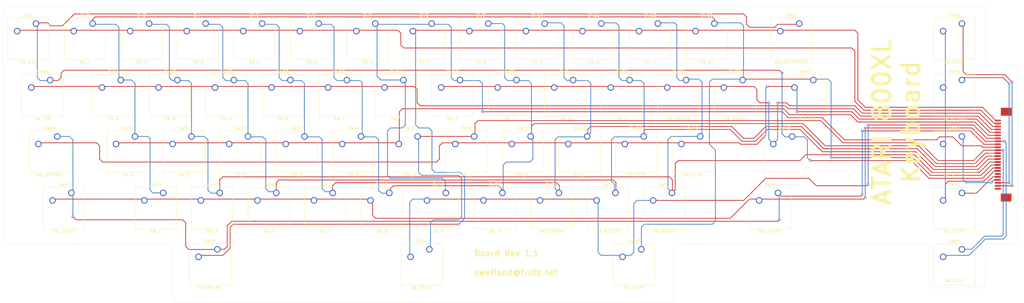
<source format=kicad_pcb>
(kicad_pcb (version 20171130) (host pcbnew 5.1.6-c6e7f7d~86~ubuntu18.04.1)
  (title_block (title "Atari 800XL Keyboard") (rev 1.0))
  (layers (0 F.Cu signal) (31 B.Cu signal) (34 B.Paste user) (35 F.Paste user) (36 B.SilkS user) (37 F.SilkS user) (38 B.Mask user) (39 F.Mask user) (44 Edge.Cuts user))
  (net 0 "")
  (net 1 /ROW2)
  (net 2 /ROW1)
  (net 3 /ROW4)
  (net 4 /ROW3)
  (net 5 /ROW6)
  (net 6 /ROW5)
  (net 7 /ROW8)
  (net 8 /ROW7)
  (net 9 /GND)
  (net 10 /5V0)
  (net 11 /RST)
  (net 12 /OPT)
  (net 13 /SEL)
  (net 14 /STR)
  (net 15 /COL8)
  (net 16 /COL7)
  (net 17 /COL6)
  (net 18 /COL5)
  (net 19 /COL4)
  (net 20 /COL3)
  (net 21 /COL2)
  (net 22 /COL1)
  (net 23 /COL9)
  (net 24 "Net-(J2-Pad6)")
  (module Button_Switch_Keyboard:SW_Cherry_MX_1.00u_PCB (layer F.Cu) (at 150.1775 71.91375)
    (fp_text reference SW49 (at -2.54 -2.794) (layer F.SilkS))
    (fp_text value SW_N (at -2.54 12.954) (layer F.SilkS))
    (pad "" np_thru_hole circle (at 2.54 5.08) (size 1.7 1.7) (drill 1.7) (layers *.Cu *.Mask))
    (pad "" np_thru_hole circle (at -7.62 5.08) (size 1.7 1.7) (drill 1.7) (layers *.Cu *.Mask))
    (pad "" np_thru_hole circle (at -2.54 5.08) (size 4 4) (drill 4) (layers *.Cu *.Mask))
    (pad 2 thru_hole circle (at -6.35 2.54) (size 2.2 2.2) (drill 1.5) (layers *.Cu *.Mask) (net 8 /ROW7))
    (pad 1 thru_hole circle (at 0 0) (size 2.2 2.2) (drill 1.5) (layers *.Cu *.Mask) (net 22 /COL1))
  )
  (module Button_Switch_Keyboard:SW_Cherry_MX_2.25u_PCB (layer F.Cu) (at 266.85875 52.86375)
    (fp_text reference SW42 (at -2.54 -2.794) (layer F.SilkS))
    (fp_text value SW_RETURN)
    (pad "" np_thru_hole circle (at 9.36 -1.92) (size 3.05 3.05) (drill 3.05) (layers *.Cu *.Mask))
    (pad "" np_thru_hole circle (at -14.44 -1.92) (size 3.05 3.05) (drill 3.05) (layers *.Cu *.Mask))
    (pad "" np_thru_hole circle (at -14.44 13.32) (size 4 4) (drill 4) (layers *.Cu *.Mask))
    (pad "" np_thru_hole circle (at 9.36 13.32) (size 4 4) (drill 4) (layers *.Cu *.Mask))
    (pad "" np_thru_hole circle (at 2.54 5.08) (size 1.7 1.7) (drill 1.7) (layers *.Cu *.Mask))
    (pad "" np_thru_hole circle (at -7.62 5.08) (size 1.7 1.7) (drill 1.7) (layers *.Cu *.Mask))
    (pad "" np_thru_hole circle (at -2.54 5.08) (size 4 4) (drill 4) (layers *.Cu *.Mask))
    (pad 2 thru_hole circle (at -6.35 2.54) (size 2.2 2.2) (drill 1.5) (layers *.Cu *.Mask) (net 4 /ROW3))
    (pad 1 thru_hole circle (at 0 0) (size 2.2 2.2) (drill 1.5) (layers *.Cu *.Mask) (net 15 /COL8))
  )
  (module Button_Switch_Keyboard:SW_Cherry_MX_2.75u_PCB (layer F.Cu) (at 262.09625 71.91375)
    (fp_text reference SW54 (at -2.54 -2.794) (layer F.SilkS))
    (fp_text value SW_RSHIFT (at -2.54 12.954) (layer F.SilkS))
    (pad "" np_thru_hole circle (at 9.36 -1.92) (size 3.05 3.05) (drill 3.05) (layers *.Cu *.Mask))
    (pad "" np_thru_hole circle (at -14.44 -1.92) (size 3.05 3.05) (drill 3.05) (layers *.Cu *.Mask))
    (pad "" np_thru_hole circle (at -14.44 13.32) (size 4 4) (drill 4) (layers *.Cu *.Mask))
    (pad "" np_thru_hole circle (at 9.36 13.32) (size 4 4) (drill 4) (layers *.Cu *.Mask))
    (pad "" np_thru_hole circle (at 2.54 5.08) (size 1.7 1.7) (drill 1.7) (layers *.Cu *.Mask))
    (pad "" np_thru_hole circle (at -7.62 5.08) (size 1.7 1.7) (drill 1.7) (layers *.Cu *.Mask))
    (pad "" np_thru_hole circle (at -2.54 5.08) (size 4 4) (drill 4) (layers *.Cu *.Mask))
    (pad 2 thru_hole circle (at -6.35 2.54) (size 2.2 2.2) (drill 1.5) (layers *.Cu *.Mask) (net 7 /ROW8))
    (pad 1 thru_hole circle (at 0 0) (size 2.2 2.2) (drill 1.5) (layers *.Cu *.Mask) (net 23 /COL9))
  )
  (module Button_Switch_Keyboard:SW_Cherry_MX_2.25u_PCB (layer F.Cu) (at 23.97125 71.91375)
    (fp_text reference SW43 (at -2.54 -2.794) (layer F.SilkS))
    (fp_text value SW_LSHIFT (at -2.54 12.954) (layer F.SilkS))
    (pad "" np_thru_hole circle (at 9.36 -1.92) (size 3.05 3.05) (drill 3.05) (layers *.Cu *.Mask))
    (pad "" np_thru_hole circle (at -14.44 -1.92) (size 3.05 3.05) (drill 3.05) (layers *.Cu *.Mask))
    (pad "" np_thru_hole circle (at -14.44 13.32) (size 4 4) (drill 4) (layers *.Cu *.Mask))
    (pad "" np_thru_hole circle (at 9.36 13.32) (size 4 4) (drill 4) (layers *.Cu *.Mask))
    (pad "" np_thru_hole circle (at 2.54 5.08) (size 1.7 1.7) (drill 1.7) (layers *.Cu *.Mask))
    (pad "" np_thru_hole circle (at -7.62 5.08) (size 1.7 1.7) (drill 1.7) (layers *.Cu *.Mask))
    (pad "" np_thru_hole circle (at -2.54 5.08) (size 4 4) (drill 4) (layers *.Cu *.Mask))
    (pad 2 thru_hole circle (at -6.35 2.54) (size 2.2 2.2) (drill 1.5) (layers *.Cu *.Mask) (net 7 /ROW8))
    (pad 1 thru_hole circle (at 0 0) (size 2.2 2.2) (drill 1.5) (layers *.Cu *.Mask) (net 23 /COL9))
  )
  (module Button_Switch_Keyboard:SW_Cherry_MX_1.50u_PCB (layer F.Cu) (at 274.0025 33.81375)
    (fp_text reference SW41 (at -2.54 -2.794) (layer F.SilkS))
    (fp_text value SW_STAR (at -2.54 12.954) (layer F.SilkS))
    (pad "" np_thru_hole circle (at 2.54 5.08) (size 1.7 1.7) (drill 1.7) (layers *.Cu *.Mask))
    (pad "" np_thru_hole circle (at -7.62 5.08) (size 1.7 1.7) (drill 1.7) (layers *.Cu *.Mask))
    (pad "" np_thru_hole circle (at -2.54 5.08) (size 4 4) (drill 4) (layers *.Cu *.Mask))
    (pad 2 thru_hole circle (at -6.35 2.54) (size 2.2 2.2) (drill 1.5) (layers *.Cu *.Mask) (net 6 /ROW5))
    (pad 1 thru_hole circle (at 0 0) (size 2.2 2.2) (drill 1.5) (layers *.Cu *.Mask) (net 16 /COL7))
  )
  (module Button_Switch_Keyboard:SW_Cherry_MX_2.00u_PCB (layer F.Cu) (at 269.24 14.76375)
    (fp_text reference SW14 (at -2.54 -2.794) (layer F.SilkS))
    (fp_text value SW_BACKSPACE (at -2.54 12.954) (layer F.SilkS))
    (pad "" np_thru_hole circle (at 9.36 -1.92) (size 3.05 3.05) (drill 3.05) (layers *.Cu *.Mask))
    (pad "" np_thru_hole circle (at -14.44 -1.92) (size 3.05 3.05) (drill 3.05) (layers *.Cu *.Mask))
    (pad "" np_thru_hole circle (at -14.44 13.32) (size 4 4) (drill 4) (layers *.Cu *.Mask))
    (pad "" np_thru_hole circle (at 9.36 13.32) (size 4 4) (drill 4) (layers *.Cu *.Mask))
    (pad "" np_thru_hole circle (at 2.54 5.08) (size 1.7 1.7) (drill 1.7) (layers *.Cu *.Mask))
    (pad "" np_thru_hole circle (at -7.62 5.08) (size 1.7 1.7) (drill 1.7) (layers *.Cu *.Mask))
    (pad "" np_thru_hole circle (at -2.54 5.08) (size 4 4) (drill 4) (layers *.Cu *.Mask))
    (pad 2 thru_hole circle (at -6.35 2.54) (size 2.2 2.2) (drill 1.5) (layers *.Cu *.Mask) (net 2 /ROW1))
    (pad 1 thru_hole circle (at 0 0) (size 2.2 2.2) (drill 1.5) (layers *.Cu *.Mask) (net 15 /COL8))
  )
  (module MountingHole:MountingHole_3mm (layer F.Cu) (at 286.125 50.125)
    (fp_text reference H4 hide)
    (fp_text value MountingHole)
    (pad 1 np_thru_hole circle (at 0 0) (size 3 3) (drill 3) (layers *.Cu *.Mask))
  )
  (module MountingHole:MountingHole_3mm (layer F.Cu) (at 151.375 88.25)
    (fp_text reference H3 hide)
    (fp_text value MountingHole)
    (pad 1 np_thru_hole circle (at 0 0) (size 3 3) (drill 3) (layers *.Cu *.Mask))
  )
  (module MountingHole:MountingHole_3mm (layer F.Cu) (at 288.75 11.75)
    (fp_text reference H2 hide)
    (fp_text value MountingHole)
    (pad 1 np_thru_hole circle (at 0 0) (size 3 3) (drill 3) (layers *.Cu *.Mask))
  )
  (module Button_Switch_Keyboard:SW_Cherry_MX_1.00u_PCB (layer F.Cu) (at 324.09625 52.86375)
    (fp_text reference SW62 (at -2.54 -2.794) (layer F.SilkS))
    (fp_text value SW_SELECT (at -2.54 12.954) (layer F.SilkS))
    (pad "" np_thru_hole circle (at 2.54 5.08) (size 1.7 1.7) (drill 1.7) (layers *.Cu *.Mask))
    (pad "" np_thru_hole circle (at -7.62 5.08) (size 1.7 1.7) (drill 1.7) (layers *.Cu *.Mask))
    (pad "" np_thru_hole circle (at -2.54 5.08) (size 4 4) (drill 4) (layers *.Cu *.Mask))
    (pad 2 thru_hole circle (at -6.35 2.54) (size 2.2 2.2) (drill 1.5) (layers *.Cu *.Mask) (net 9 /GND))
    (pad 1 thru_hole circle (at 0 0) (size 2.2 2.2) (drill 1.5) (layers *.Cu *.Mask) (net 13 /SEL))
  )
  (module Connector_FFC-FPC:TE_2-84952-4_1x24-1MP_P1.0mm_Horizontal (layer F.Cu) (at 338 59 90)
    (fp_text reference J2 (at 0 -4 90) (layer F.SilkS))
    (fp_text value Conn_01x24)
    (pad MP smd rect (at 14.49 1 90) (size 2.68 3.6) (layers F.Cu F.Paste F.Mask))
    (pad MP smd rect (at -14.49 1 90) (size 2.68 3.6) (layers F.Cu F.Paste F.Mask))
    (pad 24 smd rect (at 11.5 -1.8 90) (size 0.61 2) (layers F.Cu F.Paste F.Mask) (net 2 /ROW1))
    (pad 23 smd rect (at 10.5 -1.8 90) (size 0.61 2) (layers F.Cu F.Paste F.Mask) (net 1 /ROW2))
    (pad 22 smd rect (at 9.5 -1.8 90) (size 0.61 2) (layers F.Cu F.Paste F.Mask) (net 4 /ROW3))
    (pad 21 smd rect (at 8.5 -1.8 90) (size 0.61 2) (layers F.Cu F.Paste F.Mask) (net 3 /ROW4))
    (pad 20 smd rect (at 7.5 -1.8 90) (size 0.61 2) (layers F.Cu F.Paste F.Mask) (net 6 /ROW5))
    (pad 19 smd rect (at 6.5 -1.8 90) (size 0.61 2) (layers F.Cu F.Paste F.Mask) (net 5 /ROW6))
    (pad 18 smd rect (at 5.5 -1.8 90) (size 0.61 2) (layers F.Cu F.Paste F.Mask) (net 8 /ROW7))
    (pad 17 smd rect (at 4.5 -1.8 90) (size 0.61 2) (layers F.Cu F.Paste F.Mask) (net 7 /ROW8))
    (pad 16 smd rect (at 3.5 -1.8 90) (size 0.61 2) (layers F.Cu F.Paste F.Mask) (net 23 /COL9))
    (pad 15 smd rect (at 2.5 -1.8 90) (size 0.61 2) (layers F.Cu F.Paste F.Mask) (net 22 /COL1))
    (pad 14 smd rect (at 1.5 -1.8 90) (size 0.61 2) (layers F.Cu F.Paste F.Mask) (net 21 /COL2))
    (pad 13 smd rect (at 0.5 -1.8 90) (size 0.61 2) (layers F.Cu F.Paste F.Mask) (net 20 /COL3))
    (pad 12 smd rect (at -0.5 -1.8 90) (size 0.61 2) (layers F.Cu F.Paste F.Mask) (net 19 /COL4))
    (pad 11 smd rect (at -1.5 -1.8 90) (size 0.61 2) (layers F.Cu F.Paste F.Mask) (net 18 /COL5))
    (pad 10 smd rect (at -2.5 -1.8 90) (size 0.61 2) (layers F.Cu F.Paste F.Mask) (net 17 /COL6))
    (pad 9 smd rect (at -3.5 -1.8 90) (size 0.61 2) (layers F.Cu F.Paste F.Mask) (net 16 /COL7))
    (pad 8 smd rect (at -4.5 -1.8 90) (size 0.61 2) (layers F.Cu F.Paste F.Mask) (net 15 /COL8))
    (pad 7 smd rect (at -5.5 -1.8 90) (size 0.61 2) (layers F.Cu F.Paste F.Mask) (net 9 /GND))
    (pad 6 smd rect (at -6.5 -1.8 90) (size 0.61 2) (layers F.Cu F.Paste F.Mask) (net 24 "Net-(J2-Pad6)"))
    (pad 5 smd rect (at -7.5 -1.8 90) (size 0.61 2) (layers F.Cu F.Paste F.Mask) (net 14 /STR))
    (pad 4 smd rect (at -8.5 -1.8 90) (size 0.61 2) (layers F.Cu F.Paste F.Mask) (net 13 /SEL))
    (pad 3 smd rect (at -9.5 -1.8 90) (size 0.61 2) (layers F.Cu F.Paste F.Mask) (net 12 /OPT))
    (pad 2 smd rect (at -10.5 -1.8 90) (size 0.61 2) (layers F.Cu F.Paste F.Mask) (net 11 /RST))
    (pad 1 smd rect (at -11.5 -1.8 90) (size 0.61 2) (layers F.Cu F.Paste F.Mask) (net 10 /5V0))
  )
  (module Button_Switch_Keyboard:SW_Cherry_MX_1.00u_PCB (layer F.Cu) (at 324.09625 90.96375)
    (fp_text reference SW64 (at -2.54 -2.794) (layer F.SilkS))
    (fp_text value SW_HELP (at -2.54 10.53625) (layer F.SilkS))
    (pad "" np_thru_hole circle (at 2.54 5.08) (size 1.7 1.7) (drill 1.7) (layers *.Cu *.Mask))
    (pad "" np_thru_hole circle (at -7.62 5.08) (size 1.7 1.7) (drill 1.7) (layers *.Cu *.Mask))
    (pad "" np_thru_hole circle (at -2.54 5.08) (size 4 4) (drill 4) (layers *.Cu *.Mask))
    (pad 2 thru_hole circle (at -6.35 2.54) (size 2.2 2.2) (drill 1.5) (layers *.Cu *.Mask) (net 7 /ROW8))
    (pad 1 thru_hole circle (at 0 0) (size 2.2 2.2) (drill 1.5) (layers *.Cu *.Mask) (net 21 /COL2))
  )
  (module Button_Switch_Keyboard:SW_Cherry_MX_1.00u_PCB (layer F.Cu) (at 324.09625 71.91375)
    (fp_text reference SW63 (at -2.54 -2.794) (layer F.SilkS))
    (fp_text value SW_START (at -2.54 12.954) (layer F.SilkS))
    (pad "" np_thru_hole circle (at 2.54 5.08) (size 1.7 1.7) (drill 1.7) (layers *.Cu *.Mask))
    (pad "" np_thru_hole circle (at -7.62 5.08) (size 1.7 1.7) (drill 1.7) (layers *.Cu *.Mask))
    (pad "" np_thru_hole circle (at -2.54 5.08) (size 4 4) (drill 4) (layers *.Cu *.Mask))
    (pad 2 thru_hole circle (at -6.35 2.54) (size 2.2 2.2) (drill 1.5) (layers *.Cu *.Mask) (net 9 /GND))
    (pad 1 thru_hole circle (at 0 0) (size 2.2 2.2) (drill 1.5) (layers *.Cu *.Mask) (net 14 /STR))
  )
  (module Button_Switch_Keyboard:SW_Cherry_MX_1.00u_PCB (layer F.Cu) (at 324.09625 33.81375)
    (fp_text reference SW61 (at -2.54 -2.794) (layer F.SilkS))
    (fp_text value SW_OPTION (at -2.54 12.954) (layer F.SilkS))
    (pad "" np_thru_hole circle (at 2.54 5.08) (size 1.7 1.7) (drill 1.7) (layers *.Cu *.Mask))
    (pad "" np_thru_hole circle (at -7.62 5.08) (size 1.7 1.7) (drill 1.7) (layers *.Cu *.Mask))
    (pad "" np_thru_hole circle (at -2.54 5.08) (size 4 4) (drill 4) (layers *.Cu *.Mask))
    (pad 2 thru_hole circle (at -6.35 2.54) (size 2.2 2.2) (drill 1.5) (layers *.Cu *.Mask) (net 9 /GND))
    (pad 1 thru_hole circle (at 0 0) (size 2.2 2.2) (drill 1.5) (layers *.Cu *.Mask) (net 12 /OPT))
  )
  (module Button_Switch_Keyboard:SW_Cherry_MX_1.00u_PCB (layer F.Cu) (at 324.09625 14.76375)
    (fp_text reference SW60 (at -2.54 -2.794) (layer F.SilkS))
    (fp_text value SW_RESET (at -2.54 12.954) (layer F.SilkS))
    (pad "" np_thru_hole circle (at 2.54 5.08) (size 1.7 1.7) (drill 1.7) (layers *.Cu *.Mask))
    (pad "" np_thru_hole circle (at -7.62 5.08) (size 1.7 1.7) (drill 1.7) (layers *.Cu *.Mask))
    (pad "" np_thru_hole circle (at -2.54 5.08) (size 4 4) (drill 4) (layers *.Cu *.Mask))
    (pad 2 thru_hole circle (at -6.35 2.54) (size 2.2 2.2) (drill 1.5) (layers *.Cu *.Mask) (net 9 /GND))
    (pad 1 thru_hole circle (at 0 0) (size 2.2 2.2) (drill 1.5) (layers *.Cu *.Mask) (net 11 /RST))
  )
  (module Button_Switch_Keyboard:SW_Cherry_MX_1.25u_PCB (layer F.Cu) (at 216.05875 90.96375)
    (fp_text reference SW58 (at -2.54 -2.794) (layer F.SilkS))
    (fp_text value SW_ATARI (at -2.54 12.954) (layer F.SilkS))
    (pad "" np_thru_hole circle (at 2.54 5.08) (size 1.7 1.7) (drill 1.7) (layers *.Cu *.Mask))
    (pad "" np_thru_hole circle (at -7.62 5.08) (size 1.7 1.7) (drill 1.7) (layers *.Cu *.Mask))
    (pad "" np_thru_hole circle (at -2.54 5.08) (size 4 4) (drill 4) (layers *.Cu *.Mask))
    (pad 2 thru_hole circle (at -6.35 2.54) (size 2.2 2.2) (drill 1.5) (layers *.Cu *.Mask) (net 8 /ROW7))
    (pad 1 thru_hole circle (at 0 0) (size 2.2 2.2) (drill 1.5) (layers *.Cu *.Mask) (net 16 /COL7))
  )
  (module Button_Switch_Keyboard:SW_Cherry_MX_1.25u_PCB (layer F.Cu) (at 73.18375 90.96375)
    (fp_text reference SW56 (at -2.54 -2.794) (layer F.SilkS))
    (fp_text value SW_BREAK (at -2.54 12.954) (layer F.SilkS))
    (pad "" np_thru_hole circle (at 2.54 5.08) (size 1.7 1.7) (drill 1.7) (layers *.Cu *.Mask))
    (pad "" np_thru_hole circle (at -7.62 5.08) (size 1.7 1.7) (drill 1.7) (layers *.Cu *.Mask))
    (pad "" np_thru_hole circle (at -2.54 5.08) (size 4 4) (drill 4) (layers *.Cu *.Mask))
    (pad 2 thru_hole circle (at -6.35 2.54) (size 2.2 2.2) (drill 1.5) (layers *.Cu *.Mask) (net 2 /ROW1))
    (pad 1 thru_hole circle (at 0 0) (size 2.2 2.2) (drill 1.5) (layers *.Cu *.Mask) (net 23 /COL9))
  )
  (module Button_Switch_Keyboard:SW_Cherry_MX_6.25u_PCB (layer F.Cu) (at 144.62125 90.96375)
    (fp_text reference SW57 (at -2.54 -2.794) (layer F.SilkS))
    (fp_text value SW_SPACE (at -2.54 12.954) (layer F.SilkS))
    (pad "" np_thru_hole circle (at 47.46 -1.92) (size 3.05 3.05) (drill 3.05) (layers *.Cu *.Mask))
    (pad "" np_thru_hole circle (at -52.54 -1.92) (size 3.05 3.05) (drill 3.05) (layers *.Cu *.Mask))
    (pad "" np_thru_hole circle (at -52.54 13.32) (size 4 4) (drill 4) (layers *.Cu *.Mask))
    (pad "" np_thru_hole circle (at 47.46 13.32) (size 4 4) (drill 4) (layers *.Cu *.Mask))
    (pad "" np_thru_hole circle (at 2.54 5.08) (size 1.7 1.7) (drill 1.7) (layers *.Cu *.Mask))
    (pad "" np_thru_hole circle (at -7.62 5.08) (size 1.7 1.7) (drill 1.7) (layers *.Cu *.Mask))
    (pad "" np_thru_hole circle (at -2.54 5.08) (size 4 4) (drill 4) (layers *.Cu *.Mask))
    (pad 2 thru_hole circle (at -6.35 2.54) (size 2.2 2.2) (drill 1.5) (layers *.Cu *.Mask) (net 8 /ROW7))
    (pad 1 thru_hole circle (at 0 0) (size 2.2 2.2) (drill 1.5) (layers *.Cu *.Mask) (net 21 /COL2))
  )
  (module Button_Switch_Keyboard:SW_Cherry_MX_1.00u_PCB (layer F.Cu) (at 226.3775 71.91375)
    (fp_text reference SW53 (at -2.54 -2.794) (layer F.SilkS))
    (fp_text value SW_SLASH (at -2.54 12.954) (layer F.SilkS))
    (pad "" np_thru_hole circle (at 2.54 5.08) (size 1.7 1.7) (drill 1.7) (layers *.Cu *.Mask))
    (pad "" np_thru_hole circle (at -7.62 5.08) (size 1.7 1.7) (drill 1.7) (layers *.Cu *.Mask))
    (pad "" np_thru_hole circle (at -2.54 5.08) (size 4 4) (drill 4) (layers *.Cu *.Mask))
    (pad 2 thru_hole circle (at -6.35 2.54) (size 2.2 2.2) (drill 1.5) (layers *.Cu *.Mask) (net 8 /ROW7))
    (pad 1 thru_hole circle (at 0 0) (size 2.2 2.2) (drill 1.5) (layers *.Cu *.Mask) (net 17 /COL6))
  )
  (module Button_Switch_Keyboard:SW_Cherry_MX_1.00u_PCB (layer F.Cu) (at 207.3275 71.91375)
    (fp_text reference SW52 (at -2.54 -2.794) (layer F.SilkS))
    (fp_text value SW_PERIOD (at -2.54 12.954) (layer F.SilkS))
    (pad "" np_thru_hole circle (at 2.54 5.08) (size 1.7 1.7) (drill 1.7) (layers *.Cu *.Mask))
    (pad "" np_thru_hole circle (at -7.62 5.08) (size 1.7 1.7) (drill 1.7) (layers *.Cu *.Mask))
    (pad "" np_thru_hole circle (at -2.54 5.08) (size 4 4) (drill 4) (layers *.Cu *.Mask))
    (pad 2 thru_hole circle (at -6.35 2.54) (size 2.2 2.2) (drill 1.5) (layers *.Cu *.Mask) (net 8 /ROW7))
    (pad 1 thru_hole circle (at 0 0) (size 2.2 2.2) (drill 1.5) (layers *.Cu *.Mask) (net 18 /COL5))
  )
  (module Button_Switch_Keyboard:SW_Cherry_MX_1.00u_PCB (layer F.Cu) (at 188.2775 71.91375)
    (fp_text reference SW51 (at -2.54 -2.794) (layer F.SilkS))
    (fp_text value SW_COMMA (at -2.54 12.954) (layer F.SilkS))
    (pad "" np_thru_hole circle (at 2.54 5.08) (size 1.7 1.7) (drill 1.7) (layers *.Cu *.Mask))
    (pad "" np_thru_hole circle (at -7.62 5.08) (size 1.7 1.7) (drill 1.7) (layers *.Cu *.Mask))
    (pad "" np_thru_hole circle (at -2.54 5.08) (size 4 4) (drill 4) (layers *.Cu *.Mask))
    (pad 2 thru_hole circle (at -6.35 2.54) (size 2.2 2.2) (drill 1.5) (layers *.Cu *.Mask) (net 8 /ROW7))
    (pad 1 thru_hole circle (at 0 0) (size 2.2 2.2) (drill 1.5) (layers *.Cu *.Mask) (net 19 /COL4))
  )
  (module Button_Switch_Keyboard:SW_Cherry_MX_1.00u_PCB (layer F.Cu) (at 169.2275 71.91375)
    (fp_text reference SW50 (at -2.54 -2.794) (layer F.SilkS))
    (fp_text value SW_M (at -2.54 12.954) (layer F.SilkS))
    (pad "" np_thru_hole circle (at 2.54 5.08) (size 1.7 1.7) (drill 1.7) (layers *.Cu *.Mask))
    (pad "" np_thru_hole circle (at -7.62 5.08) (size 1.7 1.7) (drill 1.7) (layers *.Cu *.Mask))
    (pad "" np_thru_hole circle (at -2.54 5.08) (size 4 4) (drill 4) (layers *.Cu *.Mask))
    (pad 2 thru_hole circle (at -6.35 2.54) (size 2.2 2.2) (drill 1.5) (layers *.Cu *.Mask) (net 8 /ROW7))
    (pad 1 thru_hole circle (at 0 0) (size 2.2 2.2) (drill 1.5) (layers *.Cu *.Mask) (net 20 /COL3))
  )
  (module Button_Switch_Keyboard:SW_Cherry_MX_1.00u_PCB (layer F.Cu) (at 131.1275 71.91375)
    (fp_text reference SW48 (at -2.54 -2.794) (layer F.SilkS))
    (fp_text value SW_B (at -2.54 12.954) (layer F.SilkS))
    (pad "" np_thru_hole circle (at 2.54 5.08) (size 1.7 1.7) (drill 1.7) (layers *.Cu *.Mask))
    (pad "" np_thru_hole circle (at -7.62 5.08) (size 1.7 1.7) (drill 1.7) (layers *.Cu *.Mask))
    (pad "" np_thru_hole circle (at -2.54 5.08) (size 4 4) (drill 4) (layers *.Cu *.Mask))
    (pad 2 thru_hole circle (at -6.35 2.54) (size 2.2 2.2) (drill 1.5) (layers *.Cu *.Mask) (net 7 /ROW8))
    (pad 1 thru_hole circle (at 0 0) (size 2.2 2.2) (drill 1.5) (layers *.Cu *.Mask) (net 20 /COL3))
  )
  (module Button_Switch_Keyboard:SW_Cherry_MX_1.00u_PCB (layer F.Cu) (at 112.0775 71.91375)
    (fp_text reference SW47 (at -2.54 -2.794) (layer F.SilkS))
    (fp_text value SW_V (at -2.54 12.954) (layer F.SilkS))
    (pad "" np_thru_hole circle (at 2.54 5.08) (size 1.7 1.7) (drill 1.7) (layers *.Cu *.Mask))
    (pad "" np_thru_hole circle (at -7.62 5.08) (size 1.7 1.7) (drill 1.7) (layers *.Cu *.Mask))
    (pad "" np_thru_hole circle (at -2.54 5.08) (size 4 4) (drill 4) (layers *.Cu *.Mask))
    (pad 2 thru_hole circle (at -6.35 2.54) (size 2.2 2.2) (drill 1.5) (layers *.Cu *.Mask) (net 7 /ROW8))
    (pad 1 thru_hole circle (at 0 0) (size 2.2 2.2) (drill 1.5) (layers *.Cu *.Mask) (net 19 /COL4))
  )
  (module Button_Switch_Keyboard:SW_Cherry_MX_1.00u_PCB (layer F.Cu) (at 93.0275 71.91375)
    (fp_text reference SW46 (at -2.54 -2.794) (layer F.SilkS))
    (fp_text value SW_C (at -2.54 12.954) (layer F.SilkS))
    (pad "" np_thru_hole circle (at 2.54 5.08) (size 1.7 1.7) (drill 1.7) (layers *.Cu *.Mask))
    (pad "" np_thru_hole circle (at -7.62 5.08) (size 1.7 1.7) (drill 1.7) (layers *.Cu *.Mask))
    (pad "" np_thru_hole circle (at -2.54 5.08) (size 4 4) (drill 4) (layers *.Cu *.Mask))
    (pad 2 thru_hole circle (at -6.35 2.54) (size 2.2 2.2) (drill 1.5) (layers *.Cu *.Mask) (net 7 /ROW8))
    (pad 1 thru_hole circle (at 0 0) (size 2.2 2.2) (drill 1.5) (layers *.Cu *.Mask) (net 18 /COL5))
  )
  (module Button_Switch_Keyboard:SW_Cherry_MX_1.00u_PCB (layer F.Cu) (at 73.9775 71.91375)
    (fp_text reference SW45 (at -2.54 -2.794) (layer F.SilkS))
    (fp_text value SW_X (at -2.54 12.954) (layer F.SilkS))
    (pad "" np_thru_hole circle (at 2.54 5.08) (size 1.7 1.7) (drill 1.7) (layers *.Cu *.Mask))
    (pad "" np_thru_hole circle (at -7.62 5.08) (size 1.7 1.7) (drill 1.7) (layers *.Cu *.Mask))
    (pad "" np_thru_hole circle (at -2.54 5.08) (size 4 4) (drill 4) (layers *.Cu *.Mask))
    (pad 2 thru_hole circle (at -6.35 2.54) (size 2.2 2.2) (drill 1.5) (layers *.Cu *.Mask) (net 7 /ROW8))
    (pad 1 thru_hole circle (at 0 0) (size 2.2 2.2) (drill 1.5) (layers *.Cu *.Mask) (net 17 /COL6))
  )
  (module Button_Switch_Keyboard:SW_Cherry_MX_1.00u_PCB (layer F.Cu) (at 54.9275 71.91375)
    (fp_text reference SW44 (at -2.54 -2.794) (layer F.SilkS))
    (fp_text value SW_Z (at -2.54 12.954) (layer F.SilkS))
    (pad "" np_thru_hole circle (at 2.54 5.08) (size 1.7 1.7) (drill 1.7) (layers *.Cu *.Mask))
    (pad "" np_thru_hole circle (at -7.62 5.08) (size 1.7 1.7) (drill 1.7) (layers *.Cu *.Mask))
    (pad "" np_thru_hole circle (at -2.54 5.08) (size 4 4) (drill 4) (layers *.Cu *.Mask))
    (pad 2 thru_hole circle (at -6.35 2.54) (size 2.2 2.2) (drill 1.5) (layers *.Cu *.Mask) (net 7 /ROW8))
    (pad 1 thru_hole circle (at 0 0) (size 2.2 2.2) (drill 1.5) (layers *.Cu *.Mask) (net 16 /COL7))
  )
  (module Button_Switch_Keyboard:SW_Cherry_MX_1.00u_PCB (layer F.Cu) (at 235.9025 52.86375)
    (fp_text reference SW40 (at -2.54 -2.794) (layer F.SilkS))
    (fp_text value SW_PLUS (at -2.54 12.954) (layer F.SilkS))
    (pad "" np_thru_hole circle (at 2.54 5.08) (size 1.7 1.7) (drill 1.7) (layers *.Cu *.Mask))
    (pad "" np_thru_hole circle (at -7.62 5.08) (size 1.7 1.7) (drill 1.7) (layers *.Cu *.Mask))
    (pad "" np_thru_hole circle (at -2.54 5.08) (size 4 4) (drill 4) (layers *.Cu *.Mask))
    (pad 2 thru_hole circle (at -6.35 2.54) (size 2.2 2.2) (drill 1.5) (layers *.Cu *.Mask) (net 6 /ROW5))
    (pad 1 thru_hole circle (at 0 0) (size 2.2 2.2) (drill 1.5) (layers *.Cu *.Mask) (net 17 /COL6))
  )
  (module Button_Switch_Keyboard:SW_Cherry_MX_1.00u_PCB (layer F.Cu) (at 216.8525 52.86375)
    (fp_text reference SW39 (at -2.54 -2.794) (layer F.SilkS))
    (fp_text value SW_SEMI (at -2.54 12.954) (layer F.SilkS))
    (pad "" np_thru_hole circle (at 2.54 5.08) (size 1.7 1.7) (drill 1.7) (layers *.Cu *.Mask))
    (pad "" np_thru_hole circle (at -7.62 5.08) (size 1.7 1.7) (drill 1.7) (layers *.Cu *.Mask))
    (pad "" np_thru_hole circle (at -2.54 5.08) (size 4 4) (drill 4) (layers *.Cu *.Mask))
    (pad 2 thru_hole circle (at -6.35 2.54) (size 2.2 2.2) (drill 1.5) (layers *.Cu *.Mask) (net 6 /ROW5))
    (pad 1 thru_hole circle (at 0 0) (size 2.2 2.2) (drill 1.5) (layers *.Cu *.Mask) (net 18 /COL5))
  )
  (module Button_Switch_Keyboard:SW_Cherry_MX_1.00u_PCB (layer F.Cu) (at 197.8025 52.86375)
    (fp_text reference SW38 (at -2.54 -2.794) (layer F.SilkS))
    (fp_text value SW_L (at -2.54 12.954) (layer F.SilkS))
    (pad "" np_thru_hole circle (at 2.54 5.08) (size 1.7 1.7) (drill 1.7) (layers *.Cu *.Mask))
    (pad "" np_thru_hole circle (at -7.62 5.08) (size 1.7 1.7) (drill 1.7) (layers *.Cu *.Mask))
    (pad "" np_thru_hole circle (at -2.54 5.08) (size 4 4) (drill 4) (layers *.Cu *.Mask))
    (pad 2 thru_hole circle (at -6.35 2.54) (size 2.2 2.2) (drill 1.5) (layers *.Cu *.Mask) (net 6 /ROW5))
    (pad 1 thru_hole circle (at 0 0) (size 2.2 2.2) (drill 1.5) (layers *.Cu *.Mask) (net 19 /COL4))
  )
  (module Button_Switch_Keyboard:SW_Cherry_MX_1.00u_PCB (layer F.Cu) (at 178.7525 52.86375)
    (fp_text reference SW37 (at -2.54 -2.794) (layer F.SilkS))
    (fp_text value SW_K (at -2.54 12.954) (layer F.SilkS))
    (pad "" np_thru_hole circle (at 2.54 5.08) (size 1.7 1.7) (drill 1.7) (layers *.Cu *.Mask))
    (pad "" np_thru_hole circle (at -7.62 5.08) (size 1.7 1.7) (drill 1.7) (layers *.Cu *.Mask))
    (pad "" np_thru_hole circle (at -2.54 5.08) (size 4 4) (drill 4) (layers *.Cu *.Mask))
    (pad 2 thru_hole circle (at -6.35 2.54) (size 2.2 2.2) (drill 1.5) (layers *.Cu *.Mask) (net 6 /ROW5))
    (pad 1 thru_hole circle (at 0 0) (size 2.2 2.2) (drill 1.5) (layers *.Cu *.Mask) (net 20 /COL3))
  )
  (module Button_Switch_Keyboard:SW_Cherry_MX_1.00u_PCB (layer F.Cu) (at 159.7025 52.86375)
    (fp_text reference SW36 (at -2.54 -2.794) (layer F.SilkS))
    (fp_text value SW_J (at -2.54 12.954) (layer F.SilkS))
    (pad "" np_thru_hole circle (at 2.54 5.08) (size 1.7 1.7) (drill 1.7) (layers *.Cu *.Mask))
    (pad "" np_thru_hole circle (at -7.62 5.08) (size 1.7 1.7) (drill 1.7) (layers *.Cu *.Mask))
    (pad "" np_thru_hole circle (at -2.54 5.08) (size 4 4) (drill 4) (layers *.Cu *.Mask))
    (pad 2 thru_hole circle (at -6.35 2.54) (size 2.2 2.2) (drill 1.5) (layers *.Cu *.Mask) (net 6 /ROW5))
    (pad 1 thru_hole circle (at 0 0) (size 2.2 2.2) (drill 1.5) (layers *.Cu *.Mask) (net 21 /COL2))
  )
  (module Button_Switch_Keyboard:SW_Cherry_MX_1.00u_PCB (layer F.Cu) (at 140.6525 52.86375)
    (fp_text reference SW35 (at -2.54 -2.794) (layer F.SilkS))
    (fp_text value SW_H (at -2.54 12.954) (layer F.SilkS))
    (pad "" np_thru_hole circle (at 2.54 5.08) (size 1.7 1.7) (drill 1.7) (layers *.Cu *.Mask))
    (pad "" np_thru_hole circle (at -7.62 5.08) (size 1.7 1.7) (drill 1.7) (layers *.Cu *.Mask))
    (pad "" np_thru_hole circle (at -2.54 5.08) (size 4 4) (drill 4) (layers *.Cu *.Mask))
    (pad 2 thru_hole circle (at -6.35 2.54) (size 2.2 2.2) (drill 1.5) (layers *.Cu *.Mask) (net 5 /ROW6))
    (pad 1 thru_hole circle (at 0 0) (size 2.2 2.2) (drill 1.5) (layers *.Cu *.Mask) (net 21 /COL2))
  )
  (module Button_Switch_Keyboard:SW_Cherry_MX_1.00u_PCB (layer F.Cu) (at 121.6025 52.86375)
    (fp_text reference SW34 (at -2.54 -2.794) (layer F.SilkS))
    (fp_text value SW_G (at -2.54 12.954) (layer F.SilkS))
    (pad "" np_thru_hole circle (at 2.54 5.08) (size 1.7 1.7) (drill 1.7) (layers *.Cu *.Mask))
    (pad "" np_thru_hole circle (at -7.62 5.08) (size 1.7 1.7) (drill 1.7) (layers *.Cu *.Mask))
    (pad "" np_thru_hole circle (at -2.54 5.08) (size 4 4) (drill 4) (layers *.Cu *.Mask))
    (pad 2 thru_hole circle (at -6.35 2.54) (size 2.2 2.2) (drill 1.5) (layers *.Cu *.Mask) (net 5 /ROW6))
    (pad 1 thru_hole circle (at 0 0) (size 2.2 2.2) (drill 1.5) (layers *.Cu *.Mask) (net 20 /COL3))
  )
  (module Button_Switch_Keyboard:SW_Cherry_MX_1.00u_PCB (layer F.Cu) (at 102.5525 52.86375)
    (fp_text reference SW33 (at -2.54 -2.794) (layer F.SilkS))
    (fp_text value SW_F (at -2.54 12.954) (layer F.SilkS))
    (pad "" np_thru_hole circle (at 2.54 5.08) (size 1.7 1.7) (drill 1.7) (layers *.Cu *.Mask))
    (pad "" np_thru_hole circle (at -7.62 5.08) (size 1.7 1.7) (drill 1.7) (layers *.Cu *.Mask))
    (pad "" np_thru_hole circle (at -2.54 5.08) (size 4 4) (drill 4) (layers *.Cu *.Mask))
    (pad 2 thru_hole circle (at -6.35 2.54) (size 2.2 2.2) (drill 1.5) (layers *.Cu *.Mask) (net 5 /ROW6))
    (pad 1 thru_hole circle (at 0 0) (size 2.2 2.2) (drill 1.5) (layers *.Cu *.Mask) (net 19 /COL4))
  )
  (module Button_Switch_Keyboard:SW_Cherry_MX_1.00u_PCB (layer F.Cu) (at 83.5025 52.86375)
    (fp_text reference SW32 (at -2.54 -2.794) (layer F.SilkS))
    (fp_text value SW_D (at -2.54 12.954) (layer F.SilkS))
    (pad "" np_thru_hole circle (at 2.54 5.08) (size 1.7 1.7) (drill 1.7) (layers *.Cu *.Mask))
    (pad "" np_thru_hole circle (at -7.62 5.08) (size 1.7 1.7) (drill 1.7) (layers *.Cu *.Mask))
    (pad "" np_thru_hole circle (at -2.54 5.08) (size 4 4) (drill 4) (layers *.Cu *.Mask))
    (pad 2 thru_hole circle (at -6.35 2.54) (size 2.2 2.2) (drill 1.5) (layers *.Cu *.Mask) (net 5 /ROW6))
    (pad 1 thru_hole circle (at 0 0) (size 2.2 2.2) (drill 1.5) (layers *.Cu *.Mask) (net 18 /COL5))
  )
  (module Button_Switch_Keyboard:SW_Cherry_MX_1.00u_PCB (layer F.Cu) (at 64.4525 52.86375)
    (fp_text reference SW31 (at -2.54 -2.794) (layer F.SilkS))
    (fp_text value SW_S (at -2.54 12.954) (layer F.SilkS))
    (pad "" np_thru_hole circle (at 2.54 5.08) (size 1.7 1.7) (drill 1.7) (layers *.Cu *.Mask))
    (pad "" np_thru_hole circle (at -7.62 5.08) (size 1.7 1.7) (drill 1.7) (layers *.Cu *.Mask))
    (pad "" np_thru_hole circle (at -2.54 5.08) (size 4 4) (drill 4) (layers *.Cu *.Mask))
    (pad 2 thru_hole circle (at -6.35 2.54) (size 2.2 2.2) (drill 1.5) (layers *.Cu *.Mask) (net 5 /ROW6))
    (pad 1 thru_hole circle (at 0 0) (size 2.2 2.2) (drill 1.5) (layers *.Cu *.Mask) (net 17 /COL6))
  )
  (module Button_Switch_Keyboard:SW_Cherry_MX_1.00u_PCB (layer F.Cu) (at 45.4025 52.86375)
    (fp_text reference SW30 (at -2.54 -2.794) (layer F.SilkS))
    (fp_text value SW_A (at -2.54 12.954) (layer F.SilkS))
    (pad "" np_thru_hole circle (at 2.54 5.08) (size 1.7 1.7) (drill 1.7) (layers *.Cu *.Mask))
    (pad "" np_thru_hole circle (at -7.62 5.08) (size 1.7 1.7) (drill 1.7) (layers *.Cu *.Mask))
    (pad "" np_thru_hole circle (at -2.54 5.08) (size 4 4) (drill 4) (layers *.Cu *.Mask))
    (pad 2 thru_hole circle (at -6.35 2.54) (size 2.2 2.2) (drill 1.5) (layers *.Cu *.Mask) (net 5 /ROW6))
    (pad 1 thru_hole circle (at 0 0) (size 2.2 2.2) (drill 1.5) (layers *.Cu *.Mask) (net 16 /COL7))
  )
  (module Button_Switch_Keyboard:SW_Cherry_MX_1.75u_PCB (layer F.Cu) (at 19.20875 52.86375)
    (fp_text reference SW29 (at -2.54 -2.794) (layer F.SilkS))
    (fp_text value SW_CONTROL (at -2.54 12.954) (layer F.SilkS))
    (pad "" np_thru_hole circle (at 2.54 5.08) (size 1.7 1.7) (drill 1.7) (layers *.Cu *.Mask))
    (pad "" np_thru_hole circle (at -7.62 5.08) (size 1.7 1.7) (drill 1.7) (layers *.Cu *.Mask))
    (pad "" np_thru_hole circle (at -2.54 5.08) (size 4 4) (drill 4) (layers *.Cu *.Mask))
    (pad 2 thru_hole circle (at -6.35 2.54) (size 2.2 2.2) (drill 1.5) (layers *.Cu *.Mask) (net 6 /ROW5))
    (pad 1 thru_hole circle (at 0 0) (size 2.2 2.2) (drill 1.5) (layers *.Cu *.Mask) (net 23 /COL9))
  )
  (module Button_Switch_Keyboard:SW_Cherry_MX_1.50u_PCB (layer F.Cu) (at 16.8275 33.81375)
    (fp_text reference SW15 (at -2.54 -2.794) (layer F.SilkS))
    (fp_text value SW_TAB (at -2.54 12.954) (layer F.SilkS))
    (pad "" np_thru_hole circle (at 2.54 5.08) (size 1.7 1.7) (drill 1.7) (layers *.Cu *.Mask))
    (pad "" np_thru_hole circle (at -7.62 5.08) (size 1.7 1.7) (drill 1.7) (layers *.Cu *.Mask))
    (pad "" np_thru_hole circle (at -2.54 5.08) (size 4 4) (drill 4) (layers *.Cu *.Mask))
    (pad 2 thru_hole circle (at -6.35 2.54) (size 2.2 2.2) (drill 1.5) (layers *.Cu *.Mask) (net 3 /ROW4))
    (pad 1 thru_hole circle (at 0 0) (size 2.2 2.2) (drill 1.5) (layers *.Cu *.Mask) (net 15 /COL8))
  )
  (module Button_Switch_Keyboard:SW_Cherry_MX_1.00u_PCB (layer F.Cu) (at 12.065 14.76375)
    (fp_text reference SW1 (at -2.54 -2.794) (layer F.SilkS))
    (fp_text value SW_ESC (at -2.54 12.954) (layer F.SilkS))
    (pad "" np_thru_hole circle (at 2.54 5.08) (size 1.7 1.7) (drill 1.7) (layers *.Cu *.Mask))
    (pad "" np_thru_hole circle (at -7.62 5.08) (size 1.7 1.7) (drill 1.7) (layers *.Cu *.Mask))
    (pad "" np_thru_hole circle (at -2.54 5.08) (size 4 4) (drill 4) (layers *.Cu *.Mask))
    (pad 2 thru_hole circle (at -6.35 2.54) (size 2.2 2.2) (drill 1.5) (layers *.Cu *.Mask) (net 1 /ROW2))
    (pad 1 thru_hole circle (at 0 0) (size 2.2 2.2) (drill 1.5) (layers *.Cu *.Mask) (net 15 /COL8))
  )
  (module Button_Switch_Keyboard:SW_Cherry_MX_1.00u_PCB (layer F.Cu) (at 250.19 33.81375)
    (fp_text reference SW27 (at -2.54 -2.794) (layer F.SilkS))
    (fp_text value SW_EQUAL (at -2.54 12.954) (layer F.SilkS))
    (pad "" np_thru_hole circle (at 2.54 5.08) (size 1.7 1.7) (drill 1.7) (layers *.Cu *.Mask))
    (pad "" np_thru_hole circle (at -7.62 5.08) (size 1.7 1.7) (drill 1.7) (layers *.Cu *.Mask))
    (pad "" np_thru_hole circle (at -2.54 5.08) (size 4 4) (drill 4) (layers *.Cu *.Mask))
    (pad 2 thru_hole circle (at -6.35 2.54) (size 2.2 2.2) (drill 1.5) (layers *.Cu *.Mask) (net 4 /ROW3))
    (pad 1 thru_hole circle (at 0 0) (size 2.2 2.2) (drill 1.5) (layers *.Cu *.Mask) (net 16 /COL7))
  )
  (module Button_Switch_Keyboard:SW_Cherry_MX_1.00u_PCB (layer F.Cu) (at 231.14 33.81375)
    (fp_text reference SW26 (at -2.54 -2.794) (layer F.SilkS))
    (fp_text value SW_UNDER (at -2.54 12.954) (layer F.SilkS))
    (pad "" np_thru_hole circle (at 2.54 5.08) (size 1.7 1.7) (drill 1.7) (layers *.Cu *.Mask))
    (pad "" np_thru_hole circle (at -7.62 5.08) (size 1.7 1.7) (drill 1.7) (layers *.Cu *.Mask))
    (pad "" np_thru_hole circle (at -2.54 5.08) (size 4 4) (drill 4) (layers *.Cu *.Mask))
    (pad 2 thru_hole circle (at -6.35 2.54) (size 2.2 2.2) (drill 1.5) (layers *.Cu *.Mask) (net 4 /ROW3))
    (pad 1 thru_hole circle (at 0 0) (size 2.2 2.2) (drill 1.5) (layers *.Cu *.Mask) (net 17 /COL6))
  )
  (module Button_Switch_Keyboard:SW_Cherry_MX_1.00u_PCB (layer F.Cu) (at 212.09 33.81375)
    (fp_text reference SW25 (at -2.54 -2.794) (layer F.SilkS))
    (fp_text value SW_P (at -2.54 12.954) (layer F.SilkS))
    (pad "" np_thru_hole circle (at 2.54 5.08) (size 1.7 1.7) (drill 1.7) (layers *.Cu *.Mask))
    (pad "" np_thru_hole circle (at -7.62 5.08) (size 1.7 1.7) (drill 1.7) (layers *.Cu *.Mask))
    (pad "" np_thru_hole circle (at -2.54 5.08) (size 4 4) (drill 4) (layers *.Cu *.Mask))
    (pad 2 thru_hole circle (at -6.35 2.54) (size 2.2 2.2) (drill 1.5) (layers *.Cu *.Mask) (net 4 /ROW3))
    (pad 1 thru_hole circle (at 0 0) (size 2.2 2.2) (drill 1.5) (layers *.Cu *.Mask) (net 18 /COL5))
  )
  (module Button_Switch_Keyboard:SW_Cherry_MX_1.00u_PCB (layer F.Cu) (at 193.04 33.81375)
    (fp_text reference SW24 (at -2.54 -2.794) (layer F.SilkS))
    (fp_text value SW_O (at -2.54 12.954) (layer F.SilkS))
    (pad "" np_thru_hole circle (at 2.54 5.08) (size 1.7 1.7) (drill 1.7) (layers *.Cu *.Mask))
    (pad "" np_thru_hole circle (at -7.62 5.08) (size 1.7 1.7) (drill 1.7) (layers *.Cu *.Mask))
    (pad "" np_thru_hole circle (at -2.54 5.08) (size 4 4) (drill 4) (layers *.Cu *.Mask))
    (pad 2 thru_hole circle (at -6.35 2.54) (size 2.2 2.2) (drill 1.5) (layers *.Cu *.Mask) (net 4 /ROW3))
    (pad 1 thru_hole circle (at 0 0) (size 2.2 2.2) (drill 1.5) (layers *.Cu *.Mask) (net 19 /COL4))
  )
  (module Button_Switch_Keyboard:SW_Cherry_MX_1.00u_PCB (layer F.Cu) (at 173.99 33.81375)
    (fp_text reference SW23 (at -2.54 -2.794) (layer F.SilkS))
    (fp_text value SW_I (at -2.54 12.954) (layer F.SilkS))
    (pad "" np_thru_hole circle (at 2.54 5.08) (size 1.7 1.7) (drill 1.7) (layers *.Cu *.Mask))
    (pad "" np_thru_hole circle (at -7.62 5.08) (size 1.7 1.7) (drill 1.7) (layers *.Cu *.Mask))
    (pad "" np_thru_hole circle (at -2.54 5.08) (size 4 4) (drill 4) (layers *.Cu *.Mask))
    (pad 2 thru_hole circle (at -6.35 2.54) (size 2.2 2.2) (drill 1.5) (layers *.Cu *.Mask) (net 4 /ROW3))
    (pad 1 thru_hole circle (at 0 0) (size 2.2 2.2) (drill 1.5) (layers *.Cu *.Mask) (net 20 /COL3))
  )
  (module Button_Switch_Keyboard:SW_Cherry_MX_1.00u_PCB (layer F.Cu) (at 154.94 33.81375)
    (fp_text reference SW22 (at -2.54 -2.794) (layer F.SilkS))
    (fp_text value SW_U (at -2.54 12.954) (layer F.SilkS))
    (pad "" np_thru_hole circle (at 2.54 5.08) (size 1.7 1.7) (drill 1.7) (layers *.Cu *.Mask))
    (pad "" np_thru_hole circle (at -7.62 5.08) (size 1.7 1.7) (drill 1.7) (layers *.Cu *.Mask))
    (pad "" np_thru_hole circle (at -2.54 5.08) (size 4 4) (drill 4) (layers *.Cu *.Mask))
    (pad 2 thru_hole circle (at -6.35 2.54) (size 2.2 2.2) (drill 1.5) (layers *.Cu *.Mask) (net 4 /ROW3))
    (pad 1 thru_hole circle (at 0 0) (size 2.2 2.2) (drill 1.5) (layers *.Cu *.Mask) (net 22 /COL1))
  )
  (module Button_Switch_Keyboard:SW_Cherry_MX_1.00u_PCB (layer F.Cu) (at 135.89 33.81375)
    (fp_text reference SW21 (at -2.54 -2.794) (layer F.SilkS))
    (fp_text value SW_Y (at -2.54 12.954) (layer F.SilkS))
    (pad "" np_thru_hole circle (at 2.54 5.08) (size 1.7 1.7) (drill 1.7) (layers *.Cu *.Mask))
    (pad "" np_thru_hole circle (at -7.62 5.08) (size 1.7 1.7) (drill 1.7) (layers *.Cu *.Mask))
    (pad "" np_thru_hole circle (at -2.54 5.08) (size 4 4) (drill 4) (layers *.Cu *.Mask))
    (pad 2 thru_hole circle (at -6.35 2.54) (size 2.2 2.2) (drill 1.5) (layers *.Cu *.Mask) (net 3 /ROW4))
    (pad 1 thru_hole circle (at 0 0) (size 2.2 2.2) (drill 1.5) (layers *.Cu *.Mask) (net 22 /COL1))
  )
  (module Button_Switch_Keyboard:SW_Cherry_MX_1.00u_PCB (layer F.Cu) (at 116.84 33.81375)
    (fp_text reference SW20 (at -2.54 -2.794) (layer F.SilkS))
    (fp_text value SW_T (at -2.54 12.954) (layer F.SilkS))
    (pad "" np_thru_hole circle (at 2.54 5.08) (size 1.7 1.7) (drill 1.7) (layers *.Cu *.Mask))
    (pad "" np_thru_hole circle (at -7.62 5.08) (size 1.7 1.7) (drill 1.7) (layers *.Cu *.Mask))
    (pad "" np_thru_hole circle (at -2.54 5.08) (size 4 4) (drill 4) (layers *.Cu *.Mask))
    (pad 2 thru_hole circle (at -6.35 2.54) (size 2.2 2.2) (drill 1.5) (layers *.Cu *.Mask) (net 3 /ROW4))
    (pad 1 thru_hole circle (at 0 0) (size 2.2 2.2) (drill 1.5) (layers *.Cu *.Mask) (net 20 /COL3))
  )
  (module Button_Switch_Keyboard:SW_Cherry_MX_1.00u_PCB (layer F.Cu) (at 97.79 33.81375)
    (fp_text reference SW19 (at -2.54 -2.794) (layer F.SilkS))
    (fp_text value SW_R (at -2.54 12.954) (layer F.SilkS))
    (pad "" np_thru_hole circle (at 2.54 5.08) (size 1.7 1.7) (drill 1.7) (layers *.Cu *.Mask))
    (pad "" np_thru_hole circle (at -7.62 5.08) (size 1.7 1.7) (drill 1.7) (layers *.Cu *.Mask))
    (pad "" np_thru_hole circle (at -2.54 5.08) (size 4 4) (drill 4) (layers *.Cu *.Mask))
    (pad 2 thru_hole circle (at -6.35 2.54) (size 2.2 2.2) (drill 1.5) (layers *.Cu *.Mask) (net 3 /ROW4))
    (pad 1 thru_hole circle (at 0 0) (size 2.2 2.2) (drill 1.5) (layers *.Cu *.Mask) (net 19 /COL4))
  )
  (module Button_Switch_Keyboard:SW_Cherry_MX_1.00u_PCB (layer F.Cu) (at 78.74 33.81375)
    (fp_text reference SW18 (at -2.54 -2.794) (layer F.SilkS))
    (fp_text value SW_E (at -2.54 12.954) (layer F.SilkS))
    (pad "" np_thru_hole circle (at 2.54 5.08) (size 1.7 1.7) (drill 1.7) (layers *.Cu *.Mask))
    (pad "" np_thru_hole circle (at -7.62 5.08) (size 1.7 1.7) (drill 1.7) (layers *.Cu *.Mask))
    (pad "" np_thru_hole circle (at -2.54 5.08) (size 4 4) (drill 4) (layers *.Cu *.Mask))
    (pad 2 thru_hole circle (at -6.35 2.54) (size 2.2 2.2) (drill 1.5) (layers *.Cu *.Mask) (net 3 /ROW4))
    (pad 1 thru_hole circle (at 0 0) (size 2.2 2.2) (drill 1.5) (layers *.Cu *.Mask) (net 18 /COL5))
  )
  (module Button_Switch_Keyboard:SW_Cherry_MX_1.00u_PCB (layer F.Cu) (at 59.69 33.81375)
    (fp_text reference SW17 (at -2.54 -2.794) (layer F.SilkS))
    (fp_text value SW_W (at -2.54 12.954) (layer F.SilkS))
    (pad "" np_thru_hole circle (at 2.54 5.08) (size 1.7 1.7) (drill 1.7) (layers *.Cu *.Mask))
    (pad "" np_thru_hole circle (at -7.62 5.08) (size 1.7 1.7) (drill 1.7) (layers *.Cu *.Mask))
    (pad "" np_thru_hole circle (at -2.54 5.08) (size 4 4) (drill 4) (layers *.Cu *.Mask))
    (pad 2 thru_hole circle (at -6.35 2.54) (size 2.2 2.2) (drill 1.5) (layers *.Cu *.Mask) (net 3 /ROW4))
    (pad 1 thru_hole circle (at 0 0) (size 2.2 2.2) (drill 1.5) (layers *.Cu *.Mask) (net 17 /COL6))
  )
  (module Button_Switch_Keyboard:SW_Cherry_MX_1.00u_PCB (layer F.Cu) (at 40.64 33.81375)
    (fp_text reference SW16 (at -2.54 -2.794) (layer F.SilkS))
    (fp_text value SW_Q (at -2.54 12.954) (layer F.SilkS))
    (pad "" np_thru_hole circle (at 2.54 5.08) (size 1.7 1.7) (drill 1.7) (layers *.Cu *.Mask))
    (pad "" np_thru_hole circle (at -7.62 5.08) (size 1.7 1.7) (drill 1.7) (layers *.Cu *.Mask))
    (pad "" np_thru_hole circle (at -2.54 5.08) (size 4 4) (drill 4) (layers *.Cu *.Mask))
    (pad 2 thru_hole circle (at -6.35 2.54) (size 2.2 2.2) (drill 1.5) (layers *.Cu *.Mask) (net 3 /ROW4))
    (pad 1 thru_hole circle (at 0 0) (size 2.2 2.2) (drill 1.5) (layers *.Cu *.Mask) (net 16 /COL7))
  )
  (module Button_Switch_Keyboard:SW_Cherry_MX_1.00u_PCB (layer F.Cu) (at 240.665 14.76375)
    (fp_text reference SW13 (at -2.54 -2.794) (layer F.SilkS))
    (fp_text value SW_GT (at -2.54 12.954) (layer F.SilkS))
    (pad "" np_thru_hole circle (at 2.54 5.08) (size 1.7 1.7) (drill 1.7) (layers *.Cu *.Mask))
    (pad "" np_thru_hole circle (at -7.62 5.08) (size 1.7 1.7) (drill 1.7) (layers *.Cu *.Mask))
    (pad "" np_thru_hole circle (at -2.54 5.08) (size 4 4) (drill 4) (layers *.Cu *.Mask))
    (pad 2 thru_hole circle (at -6.35 2.54) (size 2.2 2.2) (drill 1.5) (layers *.Cu *.Mask) (net 2 /ROW1))
    (pad 1 thru_hole circle (at 0 0) (size 2.2 2.2) (drill 1.5) (layers *.Cu *.Mask) (net 16 /COL7))
  )
  (module Button_Switch_Keyboard:SW_Cherry_MX_1.00u_PCB (layer F.Cu) (at 221.615 14.76375)
    (fp_text reference SW12 (at -2.54 -2.794) (layer F.SilkS))
    (fp_text value SW_LT (at -2.54 12.954) (layer F.SilkS))
    (pad "" np_thru_hole circle (at 2.54 5.08) (size 1.7 1.7) (drill 1.7) (layers *.Cu *.Mask))
    (pad "" np_thru_hole circle (at -7.62 5.08) (size 1.7 1.7) (drill 1.7) (layers *.Cu *.Mask))
    (pad "" np_thru_hole circle (at -2.54 5.08) (size 4 4) (drill 4) (layers *.Cu *.Mask))
    (pad 2 thru_hole circle (at -6.35 2.54) (size 2.2 2.2) (drill 1.5) (layers *.Cu *.Mask) (net 2 /ROW1))
    (pad 1 thru_hole circle (at 0 0) (size 2.2 2.2) (drill 1.5) (layers *.Cu *.Mask) (net 17 /COL6))
  )
  (module Button_Switch_Keyboard:SW_Cherry_MX_1.00u_PCB (layer F.Cu) (at 202.565 14.76375)
    (fp_text reference SW11 (at -2.54 -2.794) (layer F.SilkS))
    (fp_text value SW_0 (at -2.54 12.954) (layer F.SilkS))
    (pad "" np_thru_hole circle (at 2.54 5.08) (size 1.7 1.7) (drill 1.7) (layers *.Cu *.Mask))
    (pad "" np_thru_hole circle (at -7.62 5.08) (size 1.7 1.7) (drill 1.7) (layers *.Cu *.Mask))
    (pad "" np_thru_hole circle (at -2.54 5.08) (size 4 4) (drill 4) (layers *.Cu *.Mask))
    (pad 2 thru_hole circle (at -6.35 2.54) (size 2.2 2.2) (drill 1.5) (layers *.Cu *.Mask) (net 2 /ROW1))
    (pad 1 thru_hole circle (at 0 0) (size 2.2 2.2) (drill 1.5) (layers *.Cu *.Mask) (net 18 /COL5))
  )
  (module Button_Switch_Keyboard:SW_Cherry_MX_1.00u_PCB (layer F.Cu) (at 183.515 14.76375)
    (fp_text reference SW10 (at -2.54 -2.794) (layer F.SilkS))
    (fp_text value SW_9 (at -2.54 12.954) (layer F.SilkS))
    (pad "" np_thru_hole circle (at 2.54 5.08) (size 1.7 1.7) (drill 1.7) (layers *.Cu *.Mask))
    (pad "" np_thru_hole circle (at -7.62 5.08) (size 1.7 1.7) (drill 1.7) (layers *.Cu *.Mask))
    (pad "" np_thru_hole circle (at -2.54 5.08) (size 4 4) (drill 4) (layers *.Cu *.Mask))
    (pad 2 thru_hole circle (at -6.35 2.54) (size 2.2 2.2) (drill 1.5) (layers *.Cu *.Mask) (net 2 /ROW1))
    (pad 1 thru_hole circle (at 0 0) (size 2.2 2.2) (drill 1.5) (layers *.Cu *.Mask) (net 19 /COL4))
  )
  (module Button_Switch_Keyboard:SW_Cherry_MX_1.00u_PCB (layer F.Cu) (at 164.465 14.76375)
    (fp_text reference SW9 (at -2.54 -2.794) (layer F.SilkS))
    (fp_text value SW_8 (at -2.54 12.954) (layer F.SilkS))
    (pad "" np_thru_hole circle (at 2.54 5.08) (size 1.7 1.7) (drill 1.7) (layers *.Cu *.Mask))
    (pad "" np_thru_hole circle (at -7.62 5.08) (size 1.7 1.7) (drill 1.7) (layers *.Cu *.Mask))
    (pad "" np_thru_hole circle (at -2.54 5.08) (size 4 4) (drill 4) (layers *.Cu *.Mask))
    (pad 2 thru_hole circle (at -6.35 2.54) (size 2.2 2.2) (drill 1.5) (layers *.Cu *.Mask) (net 2 /ROW1))
    (pad 1 thru_hole circle (at 0 0) (size 2.2 2.2) (drill 1.5) (layers *.Cu *.Mask) (net 20 /COL3))
  )
  (module Button_Switch_Keyboard:SW_Cherry_MX_1.00u_PCB (layer F.Cu) (at 145.415 14.76375)
    (fp_text reference SW8 (at -2.54 -2.794) (layer F.SilkS))
    (fp_text value SW_7 (at -2.54 12.954) (layer F.SilkS))
    (pad "" np_thru_hole circle (at 2.54 5.08) (size 1.7 1.7) (drill 1.7) (layers *.Cu *.Mask))
    (pad "" np_thru_hole circle (at -7.62 5.08) (size 1.7 1.7) (drill 1.7) (layers *.Cu *.Mask))
    (pad "" np_thru_hole circle (at -2.54 5.08) (size 4 4) (drill 4) (layers *.Cu *.Mask))
    (pad 2 thru_hole circle (at -6.35 2.54) (size 2.2 2.2) (drill 1.5) (layers *.Cu *.Mask) (net 2 /ROW1))
    (pad 1 thru_hole circle (at 0 0) (size 2.2 2.2) (drill 1.5) (layers *.Cu *.Mask) (net 22 /COL1))
  )
  (module Button_Switch_Keyboard:SW_Cherry_MX_1.00u_PCB (layer F.Cu) (at 126.365 14.76375)
    (fp_text reference SW7 (at -2.54 -2.794) (layer F.SilkS))
    (fp_text value SW_6 (at -2.54 12.954) (layer F.SilkS))
    (pad "" np_thru_hole circle (at 2.54 5.08) (size 1.7 1.7) (drill 1.7) (layers *.Cu *.Mask))
    (pad "" np_thru_hole circle (at -7.62 5.08) (size 1.7 1.7) (drill 1.7) (layers *.Cu *.Mask))
    (pad "" np_thru_hole circle (at -2.54 5.08) (size 4 4) (drill 4) (layers *.Cu *.Mask))
    (pad 2 thru_hole circle (at -6.35 2.54) (size 2.2 2.2) (drill 1.5) (layers *.Cu *.Mask) (net 1 /ROW2))
    (pad 1 thru_hole circle (at 0 0) (size 2.2 2.2) (drill 1.5) (layers *.Cu *.Mask) (net 22 /COL1))
  )
  (module Button_Switch_Keyboard:SW_Cherry_MX_1.00u_PCB (layer F.Cu) (at 107.315 14.76375)
    (fp_text reference SW6 (at -2.54 -2.794) (layer F.SilkS))
    (fp_text value SW_5 (at -2.54 12.954) (layer F.SilkS))
    (pad "" np_thru_hole circle (at 2.54 5.08) (size 1.7 1.7) (drill 1.7) (layers *.Cu *.Mask))
    (pad "" np_thru_hole circle (at -7.62 5.08) (size 1.7 1.7) (drill 1.7) (layers *.Cu *.Mask))
    (pad "" np_thru_hole circle (at -2.54 5.08) (size 4 4) (drill 4) (layers *.Cu *.Mask))
    (pad 2 thru_hole circle (at -6.35 2.54) (size 2.2 2.2) (drill 1.5) (layers *.Cu *.Mask) (net 1 /ROW2))
    (pad 1 thru_hole circle (at 0 0) (size 2.2 2.2) (drill 1.5) (layers *.Cu *.Mask) (net 20 /COL3))
  )
  (module Button_Switch_Keyboard:SW_Cherry_MX_1.00u_PCB (layer F.Cu) (at 88.265 14.76375)
    (fp_text reference SW5 (at -2.54 -2.794) (layer F.SilkS))
    (fp_text value SW_4 (at -2.54 12.954) (layer F.SilkS))
    (pad "" np_thru_hole circle (at 2.54 5.08) (size 1.7 1.7) (drill 1.7) (layers *.Cu *.Mask))
    (pad "" np_thru_hole circle (at -7.62 5.08) (size 1.7 1.7) (drill 1.7) (layers *.Cu *.Mask))
    (pad "" np_thru_hole circle (at -2.54 5.08) (size 4 4) (drill 4) (layers *.Cu *.Mask))
    (pad 2 thru_hole circle (at -6.35 2.54) (size 2.2 2.2) (drill 1.5) (layers *.Cu *.Mask) (net 1 /ROW2))
    (pad 1 thru_hole circle (at 0 0) (size 2.2 2.2) (drill 1.5) (layers *.Cu *.Mask) (net 19 /COL4))
  )
  (module Button_Switch_Keyboard:SW_Cherry_MX_1.00u_PCB (layer F.Cu) (at 69.215 14.76375)
    (fp_text reference SW4 (at -2.54 -2.794) (layer F.SilkS))
    (fp_text value SW_3 (at -2.54 12.954) (layer F.SilkS))
    (pad "" np_thru_hole circle (at 2.54 5.08) (size 1.7 1.7) (drill 1.7) (layers *.Cu *.Mask))
    (pad "" np_thru_hole circle (at -7.62 5.08) (size 1.7 1.7) (drill 1.7) (layers *.Cu *.Mask))
    (pad "" np_thru_hole circle (at -2.54 5.08) (size 4 4) (drill 4) (layers *.Cu *.Mask))
    (pad 2 thru_hole circle (at -6.35 2.54) (size 2.2 2.2) (drill 1.5) (layers *.Cu *.Mask) (net 1 /ROW2))
    (pad 1 thru_hole circle (at 0 0) (size 2.2 2.2) (drill 1.5) (layers *.Cu *.Mask) (net 18 /COL5))
  )
  (module Button_Switch_Keyboard:SW_Cherry_MX_1.00u_PCB (layer F.Cu) (at 50.165 14.76375)
    (fp_text reference SW3 (at -2.54 -2.794) (layer F.SilkS))
    (fp_text value SW_2 (at -2.54 12.954) (layer F.SilkS))
    (pad "" np_thru_hole circle (at 2.54 5.08) (size 1.7 1.7) (drill 1.7) (layers *.Cu *.Mask))
    (pad "" np_thru_hole circle (at -7.62 5.08) (size 1.7 1.7) (drill 1.7) (layers *.Cu *.Mask))
    (pad "" np_thru_hole circle (at -2.54 5.08) (size 4 4) (drill 4) (layers *.Cu *.Mask))
    (pad 2 thru_hole circle (at -6.35 2.54) (size 2.2 2.2) (drill 1.5) (layers *.Cu *.Mask) (net 1 /ROW2))
    (pad 1 thru_hole circle (at 0 0) (size 2.2 2.2) (drill 1.5) (layers *.Cu *.Mask) (net 17 /COL6))
  )
  (module Button_Switch_Keyboard:SW_Cherry_MX_1.00u_PCB (layer F.Cu) (at 31.115 14.76375)
    (fp_text reference SW2 (at -2.54 -2.794) (layer F.SilkS))
    (fp_text value SW_1 (at -2.54 12.954) (layer F.SilkS))
    (pad "" np_thru_hole circle (at 2.54 5.08) (size 1.7 1.7) (drill 1.7) (layers *.Cu *.Mask))
    (pad "" np_thru_hole circle (at -7.62 5.08) (size 1.7 1.7) (drill 1.7) (layers *.Cu *.Mask))
    (pad "" np_thru_hole circle (at -2.54 5.08) (size 4 4) (drill 4) (layers *.Cu *.Mask))
    (pad 2 thru_hole circle (at -6.35 2.54) (size 2.2 2.2) (drill 1.5) (layers *.Cu *.Mask) (net 1 /ROW2))
    (pad 1 thru_hole circle (at 0 0) (size 2.2 2.2) (drill 1.5) (layers *.Cu *.Mask) (net 16 /COL7))
  )
  (module MountingHole:MountingHole_3mm (layer F.Cu) (at 19 11.75)
    (fp_text reference H1 hide)
    (fp_text value MountingHole)
    (pad 1 np_thru_hole circle (at 0 0) (size 3 3) (drill 3) (layers *.Cu *.Mask))
  )
  (gr_text "Board Rev 1.1\n\nswetland@frotz.net" (at 159.5 95.5) (layer F.SilkS) (effects (font (size 2 2) (thickness 0.4)) (justify left)))
  (gr_arc (start 2 10) (end 2 9) (angle -90) (layer Edge.Cuts) (width 0.05))
  (gr_arc (start 2 88) (end 1 88) (angle -90) (layer Edge.Cuts) (width 0.05))
  (gr_arc (start 57 90) (end 58 90) (angle -90) (layer Edge.Cuts) (width 0.05))
  (gr_arc (start 59 108) (end 58 108) (angle -90) (layer Edge.Cuts) (width 0.05))
  (gr_arc (start 226 108) (end 226 109) (angle -90) (layer Edge.Cuts) (width 0.05))
  (gr_arc (start 228 90) (end 228 89) (angle -90) (layer Edge.Cuts) (width 0.05))
  (gr_arc (start 312 90) (end 312 89) (angle 90) (layer Edge.Cuts) (width 0.05))
  (gr_arc (start 331 103) (end 331 104) (angle -90) (layer Edge.Cuts) (width 0.05))
  (gr_arc (start 342 88) (end 342 89) (angle -90) (layer Edge.Cuts) (width 0.05))
  (gr_arc (start 314 103) (end 313 103) (angle -90) (layer Edge.Cuts) (width 0.05))
  (gr_arc (start 333 90) (end 333 89) (angle -90) (layer Edge.Cuts) (width 0.05))
  (gr_arc (start 333 28) (end 332 28) (angle -90) (layer Edge.Cuts) (width 0.05))
  (gr_arc (start 331 10) (end 332 10) (angle -90) (layer Edge.Cuts) (width 0.05))
  (gr_arc (start 342 30) (end 343 30) (angle -90) (layer Edge.Cuts) (width 0.05))
  (gr_text "ATARI 800XL\nKeyboard" (at 302 48 90) (layer F.SilkS) (effects (font (size 6 6) (thickness 1))))
  (gr_line (start 333 89) (end 342 89) (layer Edge.Cuts) (width 0.05))
  (gr_line (start 332 103) (end 332 90) (layer Edge.Cuts) (width 0.05))
  (gr_line (start 314 104) (end 331 104) (layer Edge.Cuts) (width 0.05))
  (gr_line (start 313 90) (end 313 103) (layer Edge.Cuts) (width 0.05))
  (gr_line (start 332 28) (end 332 10) (layer Edge.Cuts) (width 0.05))
  (gr_line (start 342 29) (end 333 29) (layer Edge.Cuts) (width 0.05))
  (gr_line (start 227 108) (end 227 90) (layer Edge.Cuts) (width 0.05))
  (gr_line (start 59 109) (end 226 109) (layer Edge.Cuts) (width 0.05))
  (gr_line (start 58 90) (end 58 108) (layer Edge.Cuts) (width 0.05))
  (gr_line (start 312 89) (end 228 89) (layer Edge.Cuts) (width 0.05))
  (gr_line (start 2 89) (end 57 89) (layer Edge.Cuts) (width 0.05))
  (gr_line (start 1 88) (end 1 10) (layer Edge.Cuts) (width 0.05))
  (gr_line (start 343 30) (end 343 88) (layer Edge.Cuts) (width 0.05))
  (gr_line (start 2 9) (end 331 9) (layer Edge.Cuts) (width 0.05))
  (segment (start 6 17) (end 24.46125 17) (width 0.25) (layer F.Cu) (net 1))
  (segment (start 5.715 17.30375) (end 5.715 17.285) (width 0.25) (layer F.Cu) (net 1))
  (segment (start 24.46125 17) (end 24.765 17.30375) (width 0.25) (layer F.Cu) (net 1))
  (segment (start 5.715 17.285) (end 6 17) (width 0.25) (layer F.Cu) (net 1))
  (segment (start 24.765 17.30375) (end 24.765 17.235) (width 0.25) (layer F.Cu) (net 1))
  (segment (start 24.765 17.235) (end 25 17) (width 0.25) (layer F.Cu) (net 1))
  (segment (start 43.51125 17) (end 43.815 17.30375) (width 0.25) (layer F.Cu) (net 1))
  (segment (start 25 17) (end 43.51125 17) (width 0.25) (layer F.Cu) (net 1))
  (segment (start 43.815 17.30375) (end 43.815 17.185) (width 0.25) (layer F.Cu) (net 1))
  (segment (start 43.815 17.185) (end 44 17) (width 0.25) (layer F.Cu) (net 1))
  (segment (start 62.56125 17) (end 62.865 17.30375) (width 0.25) (layer F.Cu) (net 1))
  (segment (start 44 17) (end 62.56125 17) (width 0.25) (layer F.Cu) (net 1))
  (segment (start 62.865 17.30375) (end 62.865 17.135) (width 0.25) (layer F.Cu) (net 1))
  (segment (start 62.865 17.135) (end 63 17) (width 0.25) (layer F.Cu) (net 1))
  (segment (start 81.61125 17) (end 81.915 17.30375) (width 0.25) (layer F.Cu) (net 1))
  (segment (start 63 17) (end 81.61125 17) (width 0.25) (layer F.Cu) (net 1))
  (segment (start 81.915 17.30375) (end 81.915 17.085) (width 0.25) (layer F.Cu) (net 1))
  (segment (start 81.915 17.085) (end 82 17) (width 0.25) (layer F.Cu) (net 1))
  (segment (start 100.66125 17) (end 100.965 17.30375) (width 0.25) (layer F.Cu) (net 1))
  (segment (start 82 17) (end 100.66125 17) (width 0.25) (layer F.Cu) (net 1))
  (segment (start 100.965 17.30375) (end 100.965 17.035) (width 0.25) (layer F.Cu) (net 1))
  (segment (start 100.965 17.035) (end 101 17) (width 0.25) (layer F.Cu) (net 1))
  (segment (start 119.71125 17) (end 120.015 17.30375) (width 0.25) (layer F.Cu) (net 1))
  (segment (start 101 17) (end 119.71125 17) (width 0.25) (layer F.Cu) (net 1))
  (segment (start 120.69625 17.30375) (end 120.015 17.30375) (width 0.25) (layer F.Cu) (net 1))
  (segment (start 134 17) (end 121 17) (width 0.25) (layer F.Cu) (net 1))
  (segment (start 135 18) (end 134 17) (width 0.25) (layer F.Cu) (net 1))
  (segment (start 135 22) (end 135 18) (width 0.25) (layer F.Cu) (net 1))
  (segment (start 136 23) (end 135 22) (width 0.25) (layer F.Cu) (net 1))
  (segment (start 335 48.5) (end 330.5 44) (width 0.25) (layer F.Cu) (net 1))
  (segment (start 287 23) (end 136 23) (width 0.25) (layer F.Cu) (net 1))
  (segment (start 330.5 44) (end 291 44) (width 0.25) (layer F.Cu) (net 1))
  (segment (start 336.2 48.5) (end 335 48.5) (width 0.25) (layer F.Cu) (net 1))
  (segment (start 121 17) (end 120.69625 17.30375) (width 0.25) (layer F.Cu) (net 1))
  (segment (start 288 41) (end 288 24) (width 0.25) (layer F.Cu) (net 1))
  (segment (start 291 44) (end 288 41) (width 0.25) (layer F.Cu) (net 1))
  (segment (start 288 24) (end 287 23) (width 0.25) (layer F.Cu) (net 1))
  (segment (start 139.065 17.30375) (end 139.065 17.065) (width 0.25) (layer F.Cu) (net 2))
  (segment (start 139.13 17) (end 157.81125 17) (width 0.25) (layer F.Cu) (net 2))
  (segment (start 157.81125 17) (end 158.115 17.30375) (width 0.25) (layer F.Cu) (net 2))
  (segment (start 139.065 17.065) (end 139.13 17) (width 0.25) (layer F.Cu) (net 2))
  (segment (start 158.115 17.30375) (end 158.115 17.115) (width 0.25) (layer F.Cu) (net 2))
  (segment (start 158.115 17.115) (end 158.23 17) (width 0.25) (layer F.Cu) (net 2))
  (segment (start 176.86125 17) (end 177.165 17.30375) (width 0.25) (layer F.Cu) (net 2))
  (segment (start 158.23 17) (end 176.86125 17) (width 0.25) (layer F.Cu) (net 2))
  (segment (start 177.165 17.30375) (end 177.165 17.165) (width 0.25) (layer F.Cu) (net 2))
  (segment (start 177.165 17.165) (end 177.33 17) (width 0.25) (layer F.Cu) (net 2))
  (segment (start 195.91125 17) (end 196.215 17.30375) (width 0.25) (layer F.Cu) (net 2))
  (segment (start 177.33 17) (end 195.91125 17) (width 0.25) (layer F.Cu) (net 2))
  (segment (start 196.215 17.30375) (end 196.215 17.215) (width 0.25) (layer F.Cu) (net 2))
  (segment (start 196.215 17.215) (end 196.43 17) (width 0.25) (layer F.Cu) (net 2))
  (segment (start 214.96125 17) (end 215.265 17.30375) (width 0.25) (layer F.Cu) (net 2))
  (segment (start 196.43 17) (end 214.96125 17) (width 0.25) (layer F.Cu) (net 2))
  (segment (start 215.265 17.30375) (end 215.265 17.265) (width 0.25) (layer F.Cu) (net 2))
  (segment (start 215.265 17.265) (end 215.53 17) (width 0.25) (layer F.Cu) (net 2))
  (segment (start 234.01125 17) (end 234.315 17.30375) (width 0.25) (layer F.Cu) (net 2))
  (segment (start 215.53 17) (end 234.01125 17) (width 0.25) (layer F.Cu) (net 2))
  (segment (start 234.315 17.30375) (end 234.69625 17.30375) (width 0.25) (layer F.Cu) (net 2))
  (segment (start 335.5 47.5) (end 331 43) (width 0.25) (layer F.Cu) (net 2))
  (segment (start 336.2 47.5) (end 335.5 47.5) (width 0.25) (layer F.Cu) (net 2))
  (segment (start 289 40.5) (end 289 18) (width 0.25) (layer F.Cu) (net 2))
  (segment (start 288 17) (end 263.19375 17) (width 0.25) (layer F.Cu) (net 2))
  (segment (start 331 43) (end 291.5 43) (width 0.25) (layer F.Cu) (net 2))
  (segment (start 291.5 43) (end 289 40.5) (width 0.25) (layer F.Cu) (net 2))
  (segment (start 263.19375 17) (end 262.89 17.30375) (width 0.25) (layer F.Cu) (net 2))
  (segment (start 289 18) (end 288 17) (width 0.25) (layer F.Cu) (net 2))
  (segment (start 234.6075 17) (end 262.58625 17) (width 0.25) (layer F.Cu) (net 2))
  (segment (start 234.315 17.30375) (end 234.30375 17.30375) (width 0.25) (layer F.Cu) (net 2))
  (segment (start 262.58625 17) (end 262.89 17.30375) (width 0.25) (layer F.Cu) (net 2))
  (segment (start 234.30375 17.30375) (end 234.6075 17) (width 0.25) (layer F.Cu) (net 2))
  (via (at 154.499976 82.5) (size 0.8) (drill 0.4) (layers F.Cu B.Cu) (net 2))
  (segment (start 140 49) (end 140 18.23875) (width 0.25) (layer B.Cu) (net 2))
  (segment (start 141 50) (end 140 49) (width 0.25) (layer B.Cu) (net 2))
  (segment (start 144.5 50) (end 141 50) (width 0.25) (layer B.Cu) (net 2))
  (segment (start 145.5 51) (end 144.5 50) (width 0.25) (layer B.Cu) (net 2))
  (segment (start 154.499976 82.5) (end 156.5 80.499976) (width 0.25) (layer B.Cu) (net 2))
  (segment (start 146.5 65) (end 145.5 64) (width 0.25) (layer B.Cu) (net 2))
  (segment (start 145.5 64) (end 145.5 51) (width 0.25) (layer B.Cu) (net 2))
  (segment (start 156.5 66.5) (end 155 65) (width 0.25) (layer B.Cu) (net 2))
  (segment (start 140 18.23875) (end 139.065 17.30375) (width 0.25) (layer B.Cu) (net 2))
  (segment (start 156.5 80.499976) (end 156.5 66.5) (width 0.25) (layer B.Cu) (net 2))
  (segment (start 155 65) (end 146.5 65) (width 0.25) (layer B.Cu) (net 2))
  (segment (start 86 82.5) (end 154.499976 82.5) (width 0.25) (layer F.Cu) (net 2))
  (segment (start 77.5 90.5) (end 77.5 83.5) (width 0.25) (layer F.Cu) (net 2))
  (segment (start 66.83375 93.50375) (end 67.3375 93) (width 0.25) (layer F.Cu) (net 2))
  (segment (start 75 93) (end 77.5 90.5) (width 0.25) (layer F.Cu) (net 2))
  (segment (start 67.3375 93) (end 75 93) (width 0.25) (layer F.Cu) (net 2))
  (segment (start 77.5 83.5) (end 78.5 82.5) (width 0.25) (layer F.Cu) (net 2))
  (segment (start 78.5 82.5) (end 86 82.5) (width 0.25) (layer F.Cu) (net 2))
  (segment (start 10.4775 36.35375) (end 10.64625 36.35375) (width 0.25) (layer F.Cu) (net 3))
  (segment (start 10.64625 36.35375) (end 11 36) (width 0.25) (layer F.Cu) (net 3))
  (segment (start 33.93625 36) (end 34.29 36.35375) (width 0.25) (layer F.Cu) (net 3))
  (segment (start 11 36) (end 33.93625 36) (width 0.25) (layer F.Cu) (net 3))
  (segment (start 34.29 36.35375) (end 34.29 36.21) (width 0.25) (layer F.Cu) (net 3))
  (segment (start 34.29 36.21) (end 34.5 36) (width 0.25) (layer F.Cu) (net 3))
  (segment (start 52.98625 36) (end 53.34 36.35375) (width 0.25) (layer F.Cu) (net 3))
  (segment (start 34.5 36) (end 52.98625 36) (width 0.25) (layer F.Cu) (net 3))
  (segment (start 53.34 36.35375) (end 53.34 36.16) (width 0.25) (layer F.Cu) (net 3))
  (segment (start 53.34 36.16) (end 53.5 36) (width 0.25) (layer F.Cu) (net 3))
  (segment (start 72.03625 36) (end 72.39 36.35375) (width 0.25) (layer F.Cu) (net 3))
  (segment (start 53.5 36) (end 72.03625 36) (width 0.25) (layer F.Cu) (net 3))
  (segment (start 72.39 36.35375) (end 72.39 36.11) (width 0.25) (layer F.Cu) (net 3))
  (segment (start 72.39 36.11) (end 72.5 36) (width 0.25) (layer F.Cu) (net 3))
  (segment (start 91.08625 36) (end 91.44 36.35375) (width 0.25) (layer F.Cu) (net 3))
  (segment (start 72.5 36) (end 91.08625 36) (width 0.25) (layer F.Cu) (net 3))
  (segment (start 91.44 36.35375) (end 91.44 36.06) (width 0.25) (layer F.Cu) (net 3))
  (segment (start 91.44 36.06) (end 91.5 36) (width 0.25) (layer F.Cu) (net 3))
  (segment (start 110.13625 36) (end 110.49 36.35375) (width 0.25) (layer F.Cu) (net 3))
  (segment (start 91.5 36) (end 110.13625 36) (width 0.25) (layer F.Cu) (net 3))
  (segment (start 110.49 36.35375) (end 110.49 36.01) (width 0.25) (layer F.Cu) (net 3))
  (segment (start 110.49 36.01) (end 110.5 36) (width 0.25) (layer F.Cu) (net 3))
  (segment (start 129.18625 36) (end 129.54 36.35375) (width 0.25) (layer F.Cu) (net 3))
  (segment (start 110.5 36) (end 129.18625 36) (width 0.25) (layer F.Cu) (net 3))
  (segment (start 287.5 43.5) (end 290 46) (width 0.25) (layer F.Cu) (net 3))
  (segment (start 265.5 43.5) (end 287.5 43.5) (width 0.25) (layer F.Cu) (net 3))
  (segment (start 290 46) (end 329.5 46) (width 0.25) (layer F.Cu) (net 3))
  (segment (start 264.5 42.5) (end 265.5 43.5) (width 0.25) (layer F.Cu) (net 3))
  (segment (start 140.5 41.5) (end 141.5 42.5) (width 0.25) (layer F.Cu) (net 3))
  (segment (start 129.54 36.35375) (end 129.89375 36) (width 0.25) (layer F.Cu) (net 3))
  (segment (start 329.5 46) (end 334 50.5) (width 0.25) (layer F.Cu) (net 3))
  (segment (start 129.89375 36) (end 139.5 36) (width 0.25) (layer F.Cu) (net 3))
  (segment (start 139.5 36) (end 140.5 37) (width 0.25) (layer F.Cu) (net 3))
  (segment (start 334 50.5) (end 336.2 50.5) (width 0.25) (layer F.Cu) (net 3))
  (segment (start 140.5 37) (end 140.5 41.5) (width 0.25) (layer F.Cu) (net 3))
  (segment (start 141.5 42.5) (end 264.5 42.5) (width 0.25) (layer F.Cu) (net 3))
  (segment (start 148.59 36.35375) (end 148.64625 36.35375) (width 0.25) (layer F.Cu) (net 4))
  (segment (start 148.64625 36.35375) (end 149 36) (width 0.25) (layer F.Cu) (net 4))
  (segment (start 167.28625 36) (end 167.64 36.35375) (width 0.25) (layer F.Cu) (net 4))
  (segment (start 149 36) (end 167.28625 36) (width 0.25) (layer F.Cu) (net 4))
  (segment (start 186.69 36.35375) (end 186.69 36.19) (width 0.25) (layer F.Cu) (net 4))
  (segment (start 186.69 36.19) (end 186.5 36) (width 0.25) (layer F.Cu) (net 4))
  (segment (start 167.99375 36) (end 167.64 36.35375) (width 0.25) (layer F.Cu) (net 4))
  (segment (start 186.5 36) (end 167.99375 36) (width 0.25) (layer F.Cu) (net 4))
  (segment (start 186.69 36.35375) (end 186.69 36.31) (width 0.25) (layer F.Cu) (net 4))
  (segment (start 186.69 36.31) (end 187 36) (width 0.25) (layer F.Cu) (net 4))
  (segment (start 205.38625 36) (end 205.74 36.35375) (width 0.25) (layer F.Cu) (net 4))
  (segment (start 187 36) (end 205.38625 36) (width 0.25) (layer F.Cu) (net 4))
  (segment (start 205.74 36.35375) (end 205.74 36.26) (width 0.25) (layer F.Cu) (net 4))
  (segment (start 205.74 36.26) (end 206 36) (width 0.25) (layer F.Cu) (net 4))
  (segment (start 224.43625 36) (end 224.79 36.35375) (width 0.25) (layer F.Cu) (net 4))
  (segment (start 206 36) (end 224.43625 36) (width 0.25) (layer F.Cu) (net 4))
  (segment (start 224.79 36.35375) (end 224.79 36.21) (width 0.25) (layer F.Cu) (net 4))
  (segment (start 224.79 36.21) (end 225 36) (width 0.25) (layer F.Cu) (net 4))
  (segment (start 243.48625 36) (end 243.84 36.35375) (width 0.25) (layer F.Cu) (net 4))
  (segment (start 225 36) (end 243.48625 36) (width 0.25) (layer F.Cu) (net 4))
  (via (at 262 41.5) (size 0.8) (drill 0.4) (layers F.Cu B.Cu) (net 4))
  (segment (start 260.50875 55.40375) (end 262 53.9125) (width 0.25) (layer B.Cu) (net 4))
  (segment (start 262 53.9125) (end 262 41.5) (width 0.25) (layer B.Cu) (net 4))
  (segment (start 334.5 49.5) (end 336.2 49.5) (width 0.25) (layer F.Cu) (net 4))
  (segment (start 265 41.5) (end 266 42.5) (width 0.25) (layer F.Cu) (net 4))
  (segment (start 262 41.5) (end 265 41.5) (width 0.25) (layer F.Cu) (net 4))
  (segment (start 266 42.5) (end 288 42.5) (width 0.25) (layer F.Cu) (net 4))
  (segment (start 288 42.5) (end 290.5 45) (width 0.25) (layer F.Cu) (net 4))
  (segment (start 290.5 45) (end 330 45) (width 0.25) (layer F.Cu) (net 4))
  (segment (start 330 45) (end 334.5 49.5) (width 0.25) (layer F.Cu) (net 4))
  (via (at 259 41.5) (size 0.8) (drill 0.4) (layers F.Cu B.Cu) (net 4))
  (segment (start 259 53.895) (end 259 41.5) (width 0.25) (layer B.Cu) (net 4))
  (segment (start 260.50875 55.40375) (end 259 53.895) (width 0.25) (layer B.Cu) (net 4))
  (segment (start 256 41.5) (end 259 41.5) (width 0.25) (layer F.Cu) (net 4))
  (segment (start 255 37) (end 255 40.5) (width 0.25) (layer F.Cu) (net 4))
  (segment (start 254 36) (end 255 37) (width 0.25) (layer F.Cu) (net 4))
  (segment (start 255 40.5) (end 256 41.5) (width 0.25) (layer F.Cu) (net 4))
  (segment (start 243.84 36.35375) (end 244.19375 36) (width 0.25) (layer F.Cu) (net 4))
  (segment (start 244.19375 36) (end 254 36) (width 0.25) (layer F.Cu) (net 4))
  (segment (start 39.0525 55.40375) (end 39.09625 55.40375) (width 0.25) (layer F.Cu) (net 5))
  (segment (start 39.09625 55.40375) (end 39.5 55) (width 0.25) (layer F.Cu) (net 5))
  (segment (start 57.69875 55) (end 58.1025 55.40375) (width 0.25) (layer F.Cu) (net 5))
  (segment (start 39.5 55) (end 57.69875 55) (width 0.25) (layer F.Cu) (net 5))
  (segment (start 58.1025 55.40375) (end 58.1025 55.1025) (width 0.25) (layer F.Cu) (net 5))
  (segment (start 58.1025 55.1025) (end 58.205 55) (width 0.25) (layer F.Cu) (net 5))
  (segment (start 76.74875 55) (end 77.1525 55.40375) (width 0.25) (layer F.Cu) (net 5))
  (segment (start 58.205 55) (end 76.74875 55) (width 0.25) (layer F.Cu) (net 5))
  (segment (start 77.1525 55.40375) (end 77.1525 55.3475) (width 0.25) (layer F.Cu) (net 5))
  (segment (start 77.1525 55.3475) (end 77.5 55) (width 0.25) (layer F.Cu) (net 5))
  (segment (start 95.79875 55) (end 96.2025 55.40375) (width 0.25) (layer F.Cu) (net 5))
  (segment (start 77.5 55) (end 95.79875 55) (width 0.25) (layer F.Cu) (net 5))
  (segment (start 96.2025 55.40375) (end 96.2025 55.2975) (width 0.25) (layer F.Cu) (net 5))
  (segment (start 96.2025 55.2975) (end 96.5 55) (width 0.25) (layer F.Cu) (net 5))
  (segment (start 114.84875 55) (end 115.2525 55.40375) (width 0.25) (layer F.Cu) (net 5))
  (segment (start 96.5 55) (end 114.84875 55) (width 0.25) (layer F.Cu) (net 5))
  (segment (start 115.2525 55.40375) (end 115.2525 55.2475) (width 0.25) (layer F.Cu) (net 5))
  (segment (start 115.2525 55.2475) (end 115.5 55) (width 0.25) (layer F.Cu) (net 5))
  (segment (start 133.89875 55) (end 134.3025 55.40375) (width 0.25) (layer F.Cu) (net 5))
  (segment (start 115.5 55) (end 133.89875 55) (width 0.25) (layer F.Cu) (net 5))
  (segment (start 134.59625 55.40375) (end 134.3025 55.40375) (width 0.25) (layer B.Cu) (net 5))
  (segment (start 134.5 55.20625) (end 134.3025 55.40375) (width 0.25) (layer F.Cu) (net 5))
  (segment (start 134.5 44.5) (end 134.5 55.20625) (width 0.25) (layer F.Cu) (net 5))
  (segment (start 135.5 43.5) (end 134.5 44.5) (width 0.25) (layer F.Cu) (net 5))
  (segment (start 333 52.5) (end 328.5 48) (width 0.25) (layer F.Cu) (net 5))
  (segment (start 336.2 52.5) (end 333 52.5) (width 0.25) (layer F.Cu) (net 5))
  (segment (start 328.5 48) (end 289 48) (width 0.25) (layer F.Cu) (net 5))
  (segment (start 264 43.5) (end 135.5 43.5) (width 0.25) (layer F.Cu) (net 5))
  (segment (start 289 48) (end 286.5 45.5) (width 0.25) (layer F.Cu) (net 5))
  (segment (start 286.5 45.5) (end 266 45.5) (width 0.25) (layer F.Cu) (net 5))
  (segment (start 266 45.5) (end 264 43.5) (width 0.25) (layer F.Cu) (net 5))
  (segment (start 148 56) (end 149 55) (width 0.25) (layer F.Cu) (net 6))
  (segment (start 148 60.5) (end 148 56) (width 0.25) (layer F.Cu) (net 6))
  (segment (start 147 61.5) (end 148 60.5) (width 0.25) (layer F.Cu) (net 6))
  (segment (start 152.94875 55) (end 153.3525 55.40375) (width 0.25) (layer F.Cu) (net 6))
  (segment (start 149 55) (end 152.94875 55) (width 0.25) (layer F.Cu) (net 6))
  (segment (start 34.5 61.5) (end 147 61.5) (width 0.25) (layer F.Cu) (net 6))
  (segment (start 13.09625 55.40375) (end 13.5 55) (width 0.25) (layer F.Cu) (net 6))
  (segment (start 12.85875 55.40375) (end 13.09625 55.40375) (width 0.25) (layer F.Cu) (net 6))
  (segment (start 13.5 55) (end 32.5 55) (width 0.25) (layer F.Cu) (net 6))
  (segment (start 32.5 55) (end 33.5 56) (width 0.25) (layer F.Cu) (net 6))
  (segment (start 33.5 56) (end 33.5 60.5) (width 0.25) (layer F.Cu) (net 6))
  (segment (start 33.5 60.5) (end 34.5 61.5) (width 0.25) (layer F.Cu) (net 6))
  (segment (start 153.3525 55.40375) (end 153.3525 55.1475) (width 0.25) (layer F.Cu) (net 6))
  (segment (start 153.3525 55.1475) (end 153.5 55) (width 0.25) (layer F.Cu) (net 6))
  (segment (start 171.99875 55) (end 172.4025 55.40375) (width 0.25) (layer F.Cu) (net 6))
  (segment (start 153.5 55) (end 171.99875 55) (width 0.25) (layer F.Cu) (net 6))
  (segment (start 172.4025 55.40375) (end 172.4025 55.0975) (width 0.25) (layer F.Cu) (net 6))
  (segment (start 172.4025 55.0975) (end 172.5 55) (width 0.25) (layer F.Cu) (net 6))
  (segment (start 191.04875 55) (end 191.4525 55.40375) (width 0.25) (layer F.Cu) (net 6))
  (segment (start 172.5 55) (end 191.04875 55) (width 0.25) (layer F.Cu) (net 6))
  (segment (start 191.4525 55.40375) (end 191.4525 55.0475) (width 0.25) (layer F.Cu) (net 6))
  (segment (start 191.4525 55.0475) (end 191.5 55) (width 0.25) (layer F.Cu) (net 6))
  (segment (start 210.09875 55) (end 210.5025 55.40375) (width 0.25) (layer F.Cu) (net 6))
  (segment (start 191.5 55) (end 210.09875 55) (width 0.25) (layer F.Cu) (net 6))
  (segment (start 210.5025 55.40375) (end 210.5025 55.0025) (width 0.25) (layer F.Cu) (net 6))
  (segment (start 210.5025 55.0025) (end 210.505 55) (width 0.25) (layer F.Cu) (net 6))
  (segment (start 229.14875 55) (end 229.5525 55.40375) (width 0.25) (layer F.Cu) (net 6))
  (segment (start 210.505 55) (end 229.14875 55) (width 0.25) (layer F.Cu) (net 6))
  (segment (start 210.5025 55.40375) (end 210.5025 56.0025) (width 0.25) (layer B.Cu) (net 6))
  (segment (start 210.5025 56.0025) (end 211 56.5) (width 0.25) (layer B.Cu) (net 6))
  (segment (start 229.605 55) (end 247 55) (width 0.25) (layer F.Cu) (net 6))
  (segment (start 229.5525 55.40375) (end 229.5525 55.0525) (width 0.25) (layer F.Cu) (net 6))
  (segment (start 229.5525 55.0525) (end 229.605 55) (width 0.25) (layer F.Cu) (net 6))
  (via (at 258.5 36) (size 0.8) (drill 0.4) (layers F.Cu B.Cu) (net 6))
  (segment (start 267.29875 36) (end 267.6525 36.35375) (width 0.25) (layer F.Cu) (net 6))
  (segment (start 258.5 36) (end 267.29875 36) (width 0.25) (layer F.Cu) (net 6))
  (segment (start 289.5 47) (end 287 44.5) (width 0.25) (layer F.Cu) (net 6))
  (segment (start 333.5 51.5) (end 329 47) (width 0.25) (layer F.Cu) (net 6))
  (segment (start 287 44.5) (end 268.5 44.5) (width 0.25) (layer F.Cu) (net 6))
  (via (at 268.5 44.5) (size 0.8) (drill 0.4) (layers F.Cu B.Cu) (net 6))
  (segment (start 329 47) (end 289.5 47) (width 0.25) (layer F.Cu) (net 6))
  (segment (start 336.2 51.5) (end 333.5 51.5) (width 0.25) (layer F.Cu) (net 6))
  (segment (start 268.5 37.20125) (end 268.5 44.5) (width 0.25) (layer B.Cu) (net 6))
  (segment (start 267.6525 36.35375) (end 268.5 37.20125) (width 0.25) (layer B.Cu) (net 6))
  (segment (start 247 55) (end 249 55) (width 0.25) (layer F.Cu) (net 6))
  (segment (start 249 55) (end 249.5 55.5) (width 0.25) (layer F.Cu) (net 6))
  (segment (start 249.5 55.5) (end 255 55.5) (width 0.25) (layer F.Cu) (net 6))
  (via (at 257.5 53) (size 0.8) (drill 0.4) (layers F.Cu B.Cu) (net 6))
  (segment (start 255 55.5) (end 257.5 53) (width 0.25) (layer F.Cu) (net 6))
  (segment (start 257.5 53) (end 258 52.5) (width 0.25) (layer B.Cu) (net 6))
  (segment (start 258 36.5) (end 258.5 36) (width 0.25) (layer B.Cu) (net 6))
  (segment (start 258 52.5) (end 258 36.5) (width 0.25) (layer B.Cu) (net 6))
  (via (at 338.5 54.5) (size 0.8) (drill 0.4) (layers F.Cu B.Cu) (net 7))
  (segment (start 338.5 54.5) (end 336.2 54.5) (width 0.25) (layer F.Cu) (net 7))
  (via (at 341 34.5) (size 0.8) (drill 0.4) (layers F.Cu B.Cu) (net 11))
  (segment (start 336.2 69.5) (end 341 69.5) (width 0.25) (layer F.Cu) (net 11))
  (segment (start 341 34.5) (end 341 69.5) (width 0.25) (layer B.Cu) (net 11))
  (via (at 341 69.5) (size 0.8) (drill 0.4) (layers F.Cu B.Cu) (net 11))
  (via (at 340 35) (size 0.8) (drill 0.4) (layers F.Cu B.Cu) (net 12))
  (segment (start 340 35) (end 340 68.5) (width 0.25) (layer B.Cu) (net 12))
  (via (at 340 68.5) (size 0.8) (drill 0.4) (layers F.Cu B.Cu) (net 12))
  (segment (start 336.2 68.5) (end 340 68.5) (width 0.25) (layer F.Cu) (net 12))
  (segment (start 334.95 67.5) (end 334 68.45) (width 0.25) (layer F.Cu) (net 13))
  (segment (start 336.2 67.5) (end 334.95 67.5) (width 0.25) (layer F.Cu) (net 13))
  (via (at 334 68.45) (size 0.8) (drill 0.4) (layers F.Cu B.Cu) (net 13))
  (segment (start 40.64 33.81375) (end 44.31375 33.81375) (width 0.25) (layer B.Cu) (net 16))
  (segment (start 45.4025 34.9025) (end 45.4025 52.86375) (width 0.25) (layer B.Cu) (net 16))
  (segment (start 44.31375 33.81375) (end 45.4025 34.9025) (width 0.25) (layer B.Cu) (net 16))
  (segment (start 240.665 14.76375) (end 240.665 13.165) (width 0.25) (layer F.Cu) (net 16))
  (segment (start 240.665 13.165) (end 240 12.5) (width 0.25) (layer F.Cu) (net 16))
  (segment (start 240 12.5) (end 32 12.5) (width 0.25) (layer F.Cu) (net 16))
  (segment (start 31.115 13.385) (end 31.115 14.76375) (width 0.25) (layer F.Cu) (net 16))
  (segment (start 32 12.5) (end 31.115 13.385) (width 0.25) (layer F.Cu) (net 16))
  (segment (start 78.55375 34) (end 78.74 33.81375) (width 0.25) (layer B.Cu) (net 18))
  (segment (start 69.45125 15) (end 74 15) (width 0.25) (layer B.Cu) (net 18))
  (segment (start 69.215 14.76375) (end 69.45125 15) (width 0.25) (layer B.Cu) (net 18))
  (segment (start 74 15) (end 75 16) (width 0.25) (layer B.Cu) (net 18))
  (segment (start 75 16) (end 75 33) (width 0.25) (layer B.Cu) (net 18))
  (segment (start 75 33) (end 76 34) (width 0.25) (layer B.Cu) (net 18))
  (segment (start 76 34) (end 78.55375 34) (width 0.25) (layer B.Cu) (net 18))
  (segment (start 83.5 35) (end 83.5 52.86125) (width 0.25) (layer B.Cu) (net 18))
  (segment (start 82.5 34) (end 83.5 35) (width 0.25) (layer B.Cu) (net 18))
  (segment (start 83.5 52.86125) (end 83.5025 52.86375) (width 0.25) (layer B.Cu) (net 18))
  (segment (start 78.74 33.81375) (end 78.92625 34) (width 0.25) (layer B.Cu) (net 18))
  (segment (start 78.92625 34) (end 82.5 34) (width 0.25) (layer B.Cu) (net 18))
  (segment (start 216.71625 53) (end 216.8525 52.86375) (width 0.25) (layer B.Cu) (net 18))
  (segment (start 206 54) (end 207 53) (width 0.25) (layer B.Cu) (net 18))
  (segment (start 207 53) (end 216.71625 53) (width 0.25) (layer B.Cu) (net 18))
  (segment (start 199 51.66625) (end 197.8025 52.86375) (width 0.25) (layer B.Cu) (net 19))
  (segment (start 199 35) (end 199 51.66625) (width 0.25) (layer B.Cu) (net 19))
  (segment (start 198 34) (end 199 35) (width 0.25) (layer B.Cu) (net 19))
  (segment (start 193.04 33.81375) (end 193.22625 34) (width 0.25) (layer B.Cu) (net 19))
  (segment (start 193.22625 34) (end 198 34) (width 0.25) (layer B.Cu) (net 19))
  (segment (start 183.77875 14.5) (end 189 14.5) (width 0.25) (layer B.Cu) (net 19))
  (segment (start 190 33) (end 191 34) (width 0.25) (layer B.Cu) (net 19))
  (segment (start 183.515 14.76375) (end 183.77875 14.5) (width 0.25) (layer B.Cu) (net 19))
  (segment (start 189 14.5) (end 190 15.5) (width 0.25) (layer B.Cu) (net 19))
  (segment (start 192.85375 34) (end 193.04 33.81375) (width 0.25) (layer B.Cu) (net 19))
  (segment (start 190 15.5) (end 190 33) (width 0.25) (layer B.Cu) (net 19))
  (segment (start 191 34) (end 192.85375 34) (width 0.25) (layer B.Cu) (net 19))
  (segment (start 140.6525 52.86375) (end 159.7025 52.86375) (width 0.25) (layer F.Cu) (net 21))
  (via (at 338 57.5) (size 0.8) (drill 0.4) (layers F.Cu B.Cu) (net 21))
  (segment (start 338 57.5) (end 336.2 57.5) (width 0.25) (layer F.Cu) (net 21))
  (segment (start 216.5 90.5225) (end 216.05875 90.96375) (width 0.25) (layer F.Cu) (net 16))
  (segment (start 73 90.78) (end 73.18375 90.96375) (width 0.25) (layer F.Cu) (net 23))
  (segment (start 19.20875 52.86375) (end 23.36375 52.86375) (width 0.25) (layer B.Cu) (net 23))
  (segment (start 23.36375 52.86375) (end 24.5 54) (width 0.25) (layer B.Cu) (net 23))
  (segment (start 24.5 54) (end 24.5 71) (width 0.25) (layer B.Cu) (net 23))
  (segment (start 24.5 71) (end 23.58625 71.91375) (width 0.25) (layer B.Cu) (net 23))
  (segment (start 124.7775 74.45375) (end 124.45375 74.45375) (width 0.25) (layer F.Cu) (net 7))
  (segment (start 124.45375 74.45375) (end 124 74) (width 0.25) (layer F.Cu) (net 7))
  (segment (start 106.18125 74) (end 105.7275 74.45375) (width 0.25) (layer F.Cu) (net 7))
  (segment (start 124 74) (end 106.18125 74) (width 0.25) (layer F.Cu) (net 7))
  (segment (start 105.7275 74.45375) (end 105.45375 74.45375) (width 0.25) (layer F.Cu) (net 7))
  (segment (start 105.45375 74.45375) (end 105 74) (width 0.25) (layer F.Cu) (net 7))
  (segment (start 87.13125 74) (end 86.6775 74.45375) (width 0.25) (layer F.Cu) (net 7))
  (segment (start 105 74) (end 87.13125 74) (width 0.25) (layer F.Cu) (net 7))
  (segment (start 86.6775 74.45375) (end 86.45375 74.45375) (width 0.25) (layer F.Cu) (net 7))
  (segment (start 86.45375 74.45375) (end 86 74) (width 0.25) (layer F.Cu) (net 7))
  (segment (start 68.08125 74) (end 67.6275 74.45375) (width 0.25) (layer F.Cu) (net 7))
  (segment (start 86 74) (end 68.08125 74) (width 0.25) (layer F.Cu) (net 7))
  (segment (start 67.6275 74.45375) (end 67.45375 74.45375) (width 0.25) (layer F.Cu) (net 7))
  (segment (start 67.45375 74.45375) (end 67 74) (width 0.25) (layer F.Cu) (net 7))
  (segment (start 49.03125 74) (end 48.5775 74.45375) (width 0.25) (layer F.Cu) (net 7))
  (segment (start 67 74) (end 49.03125 74) (width 0.25) (layer F.Cu) (net 7))
  (segment (start 48.5775 74.45375) (end 48.45375 74.45375) (width 0.25) (layer F.Cu) (net 7))
  (segment (start 48.45375 74.45375) (end 48 74) (width 0.25) (layer F.Cu) (net 7))
  (segment (start 18.075 74) (end 17.62125 74.45375) (width 0.25) (layer F.Cu) (net 7))
  (segment (start 48 74) (end 18.075 74) (width 0.25) (layer F.Cu) (net 7))
  (via (at 291.499996 50) (size 0.8) (drill 0.4) (layers F.Cu B.Cu) (net 7))
  (segment (start 332 54.5) (end 327.5 50) (width 0.25) (layer F.Cu) (net 7))
  (segment (start 327.5 50) (end 291.499996 50) (width 0.25) (layer F.Cu) (net 7))
  (segment (start 336.2 54.5) (end 332 54.5) (width 0.25) (layer F.Cu) (net 7))
  (segment (start 291.499996 51.500004) (end 291.499996 50) (width 0.25) (layer B.Cu) (net 7))
  (segment (start 291.5 73.5) (end 291.499996 73.499996) (width 0.25) (layer B.Cu) (net 7))
  (segment (start 291.499996 73.499996) (end 291.499996 51.500004) (width 0.25) (layer B.Cu) (net 7))
  (segment (start 291.499996 73.500004) (end 291.499996 73.499996) (width 0.25) (layer F.Cu) (net 7))
  (segment (start 291 74) (end 291.499996 73.500004) (width 0.25) (layer F.Cu) (net 7))
  (segment (start 256.5 74) (end 291 74) (width 0.25) (layer F.Cu) (net 7))
  (segment (start 256.04625 74.45375) (end 256.5 74) (width 0.25) (layer F.Cu) (net 7))
  (segment (start 255.74625 74.45375) (end 256.04625 74.45375) (width 0.25) (layer F.Cu) (net 7))
  (via (at 291.499996 73.499996) (size 0.8) (drill 0.4) (layers F.Cu B.Cu) (net 7))
  (segment (start 339 55) (end 338.5 54.5) (width 0.25) (layer B.Cu) (net 7))
  (segment (start 318.25 93) (end 326.5 93) (width 0.25) (layer B.Cu) (net 7))
  (segment (start 317.74625 93.50375) (end 318.25 93) (width 0.25) (layer B.Cu) (net 7))
  (segment (start 326.5 93) (end 332 87.5) (width 0.25) (layer B.Cu) (net 7))
  (segment (start 332 87.5) (end 338 87.5) (width 0.25) (layer B.Cu) (net 7))
  (segment (start 338 87.5) (end 339 86.5) (width 0.25) (layer B.Cu) (net 7))
  (segment (start 339 86.5) (end 339 55) (width 0.25) (layer B.Cu) (net 7))
  (segment (start 125.5 79.5) (end 126.5 80.5) (width 0.25) (layer F.Cu) (net 7))
  (segment (start 126.5 80.5) (end 246 80.5) (width 0.25) (layer F.Cu) (net 7))
  (segment (start 255.2925 74) (end 255.74625 74.45375) (width 0.25) (layer F.Cu) (net 7))
  (segment (start 125.5 75.17625) (end 125.5 79.5) (width 0.25) (layer F.Cu) (net 7))
  (segment (start 124.7775 74.45375) (end 125.5 75.17625) (width 0.25) (layer F.Cu) (net 7))
  (segment (start 246 80.5) (end 252.5 74) (width 0.25) (layer F.Cu) (net 7))
  (segment (start 252.5 74) (end 255.2925 74) (width 0.25) (layer F.Cu) (net 7))
  (segment (start 220.0275 74.45375) (end 219.45375 74.45375) (width 0.25) (layer F.Cu) (net 8))
  (segment (start 201.43125 74) (end 200.9775 74.45375) (width 0.25) (layer F.Cu) (net 8))
  (segment (start 200.9775 74.45375) (end 200.95375 74.45375) (width 0.25) (layer F.Cu) (net 8))
  (segment (start 200.95375 74.45375) (end 200.5 74) (width 0.25) (layer F.Cu) (net 8))
  (segment (start 182.38125 74) (end 181.9275 74.45375) (width 0.25) (layer F.Cu) (net 8))
  (segment (start 200.5 74) (end 182.38125 74) (width 0.25) (layer F.Cu) (net 8))
  (segment (start 181.9275 74.45375) (end 181.45375 74.45375) (width 0.25) (layer F.Cu) (net 8))
  (segment (start 181.45375 74.45375) (end 181 74) (width 0.25) (layer F.Cu) (net 8))
  (segment (start 163.33125 74) (end 162.8775 74.45375) (width 0.25) (layer F.Cu) (net 8))
  (segment (start 181 74) (end 163.33125 74) (width 0.25) (layer F.Cu) (net 8))
  (segment (start 162.8775 74.45375) (end 162.8775 74.3775) (width 0.25) (layer F.Cu) (net 8))
  (segment (start 162.8775 74.3775) (end 162.5 74) (width 0.25) (layer F.Cu) (net 8))
  (segment (start 144.28125 74) (end 143.8275 74.45375) (width 0.25) (layer F.Cu) (net 8))
  (segment (start 162.5 74) (end 144.28125 74) (width 0.25) (layer F.Cu) (net 8))
  (segment (start 143.8275 74.45375) (end 143.8275 74.8275) (width 0.25) (layer B.Cu) (net 8))
  (via (at 292.49999 49) (size 0.8) (drill 0.4) (layers F.Cu B.Cu) (net 8))
  (segment (start 332.5 53.5) (end 328 49) (width 0.25) (layer F.Cu) (net 8))
  (segment (start 328 49) (end 292.49999 49) (width 0.25) (layer F.Cu) (net 8))
  (segment (start 336.2 53.5) (end 332.5 53.5) (width 0.25) (layer F.Cu) (net 8))
  (segment (start 209.70875 93.50375) (end 210.49625 93.50375) (width 0.25) (layer B.Cu) (net 8))
  (segment (start 209.205 93) (end 209.70875 93.50375) (width 0.25) (layer B.Cu) (net 8))
  (segment (start 201.5 92) (end 202.5 93) (width 0.25) (layer B.Cu) (net 8))
  (segment (start 201.5 75.5) (end 201.5 92) (width 0.25) (layer B.Cu) (net 8))
  (segment (start 202.5 93) (end 209.205 93) (width 0.25) (layer B.Cu) (net 8))
  (segment (start 200.9775 74.45375) (end 200.9775 74.9775) (width 0.25) (layer B.Cu) (net 8))
  (segment (start 200.9775 74.9775) (end 201.5 75.5) (width 0.25) (layer B.Cu) (net 8))
  (segment (start 292.49999 49) (end 292.49999 68.99999) (width 0.25) (layer B.Cu) (net 8))
  (via (at 292.5 69) (size 0.8) (drill 0.4) (layers F.Cu B.Cu) (net 8))
  (segment (start 292.49999 68.99999) (end 292.5 69) (width 0.25) (layer B.Cu) (net 8))
  (segment (start 292 69.5) (end 292.5 69) (width 0.25) (layer F.Cu) (net 8))
  (segment (start 275 69.5) (end 292 69.5) (width 0.25) (layer F.Cu) (net 8))
  (segment (start 272.5 67) (end 275 69.5) (width 0.25) (layer F.Cu) (net 8))
  (segment (start 258 67) (end 272.5 67) (width 0.25) (layer F.Cu) (net 8))
  (segment (start 220.0275 74.45375) (end 250.54625 74.45375) (width 0.25) (layer F.Cu) (net 8))
  (segment (start 250.54625 74.45375) (end 258 67) (width 0.25) (layer F.Cu) (net 8))
  (segment (start 143.37375 74) (end 143.8275 74.45375) (width 0.25) (layer B.Cu) (net 8))
  (segment (start 139 74) (end 143.37375 74) (width 0.25) (layer B.Cu) (net 8))
  (segment (start 138 75) (end 139 74) (width 0.25) (layer B.Cu) (net 8))
  (segment (start 138.27125 93.50375) (end 138 93.2325) (width 0.25) (layer B.Cu) (net 8))
  (segment (start 138 93.2325) (end 138 75) (width 0.25) (layer B.Cu) (net 8))
  (segment (start 210 93.2125) (end 210 93) (width 0.25) (layer B.Cu) (net 8))
  (segment (start 210 93) (end 212.5 93) (width 0.25) (layer B.Cu) (net 8))
  (segment (start 209.70875 93.50375) (end 210 93.2125) (width 0.25) (layer B.Cu) (net 8))
  (segment (start 212.5 93) (end 213.5 92) (width 0.25) (layer B.Cu) (net 8))
  (segment (start 220.0275 74.45375) (end 214.54625 74.45375) (width 0.25) (layer B.Cu) (net 8))
  (segment (start 213.5 75.5) (end 213.5 76.5) (width 0.25) (layer B.Cu) (net 8))
  (segment (start 214.54625 74.45375) (end 213.5 75.5) (width 0.25) (layer B.Cu) (net 8))
  (segment (start 213.5 92) (end 213.5 76.5) (width 0.25) (layer B.Cu) (net 8))
  (segment (start 213.5 76.5) (end 213.5 76.429749) (width 0.25) (layer B.Cu) (net 8))
  (segment (start 317.74625 17.30375) (end 317.74625 18.24625) (width 0.25) (layer B.Cu) (net 9))
  (segment (start 317.74625 17.30375) (end 317.80375 17.30375) (width 0.25) (layer B.Cu) (net 9))
  (segment (start 317.80375 17.30375) (end 318.5 18) (width 0.25) (layer B.Cu) (net 9))
  (segment (start 318.5 35.6) (end 317.74625 36.35375) (width 0.25) (layer B.Cu) (net 9))
  (segment (start 318.5 18) (end 318.5 35.6) (width 0.25) (layer B.Cu) (net 9))
  (segment (start 317.74625 36.35375) (end 317.85375 36.35375) (width 0.25) (layer B.Cu) (net 9))
  (segment (start 317.85375 36.35375) (end 318.5 37) (width 0.25) (layer B.Cu) (net 9))
  (segment (start 318.5 54.65) (end 317.74625 55.40375) (width 0.25) (layer B.Cu) (net 9))
  (segment (start 318.5 37) (end 318.5 54.65) (width 0.25) (layer B.Cu) (net 9))
  (segment (start 317.74625 55.40375) (end 317.90375 55.40375) (width 0.25) (layer B.Cu) (net 9))
  (segment (start 317.90375 55.40375) (end 318.5 56) (width 0.25) (layer B.Cu) (net 9))
  (segment (start 318.5 56) (end 318.5 73.7) (width 0.25) (layer B.Cu) (net 9))
  (segment (start 318.5 74.4075) (end 318.54625 74.45375) (width 0.25) (layer F.Cu) (net 9))
  (segment (start 336.2 64.5) (end 335 64.5) (width 0.25) (layer F.Cu) (net 9))
  (segment (start 318.54625 74.45375) (end 317.74625 74.45375) (width 0.25) (layer F.Cu) (net 9))
  (segment (start 335 64.5) (end 331.5 68) (width 0.25) (layer F.Cu) (net 9))
  (segment (start 331.5 68) (end 319.5 68) (width 0.25) (layer F.Cu) (net 9))
  (segment (start 319.5 68) (end 318.5 69) (width 0.25) (layer F.Cu) (net 9))
  (segment (start 318.5 73.7) (end 317.74625 74.45375) (width 0.25) (layer F.Cu) (net 9))
  (segment (start 318.5 69) (end 318.5 73.7) (width 0.25) (layer F.Cu) (net 9))
  (segment (start 338.5 32) (end 341 34.5) (width 0.25) (layer F.Cu) (net 11))
  (segment (start 325.5 32) (end 338.5 32) (width 0.25) (layer F.Cu) (net 11))
  (segment (start 324.5 14.76375) (end 324.5 31) (width 0.25) (layer F.Cu) (net 11))
  (segment (start 324.5 31) (end 325.5 32) (width 0.25) (layer F.Cu) (net 11))
  (segment (start 338 33) (end 340 35) (width 0.25) (layer F.Cu) (net 12))
  (segment (start 324.09625 33.81375) (end 324.91 33) (width 0.25) (layer F.Cu) (net 12))
  (segment (start 324.91 33) (end 338 33) (width 0.25) (layer F.Cu) (net 12))
  (segment (start 324.5 67.5) (end 324.5 53.09625) (width 0.25) (layer B.Cu) (net 13))
  (segment (start 334 68.45) (end 325.45 68.45) (width 0.25) (layer B.Cu) (net 13))
  (segment (start 325.45 68.45) (end 324.5 67.5) (width 0.25) (layer B.Cu) (net 13))
  (segment (start 336.2 66.5) (end 334.5 66.5) (width 0.25) (layer F.Cu) (net 14))
  (segment (start 334.5 66.5) (end 329 72) (width 0.25) (layer F.Cu) (net 14))
  (segment (start 324.1825 72) (end 324.09625 71.91375) (width 0.25) (layer F.Cu) (net 14))
  (segment (start 329 72) (end 324.1825 72) (width 0.25) (layer F.Cu) (net 14))
  (segment (start 336.2 63.27) (end 335.906411 63.27) (width 0.25) (layer F.Cu) (net 15))
  (segment (start 269.24 14.76375) (end 269.24 14.24) (width 0.25) (layer F.Cu) (net 15))
  (segment (start 269.24 14.24) (end 269 14) (width 0.25) (layer F.Cu) (net 15))
  (segment (start 17.01375 34) (end 16.8275 33.81375) (width 0.25) (layer F.Cu) (net 15))
  (segment (start 19.5 34) (end 17.01375 34) (width 0.25) (layer F.Cu) (net 15))
  (segment (start 262.5 30.5) (end 21.5 30.5) (width 0.25) (layer F.Cu) (net 15))
  (segment (start 20.5 33) (end 19.5 34) (width 0.25) (layer F.Cu) (net 15))
  (segment (start 20.5 31.5) (end 20.5 33) (width 0.25) (layer F.Cu) (net 15))
  (segment (start 21.5 30.5) (end 20.5 31.5) (width 0.25) (layer F.Cu) (net 15))
  (segment (start 262.5 30.5) (end 263.5 31.5) (width 0.25) (layer F.Cu) (net 15))
  (via (at 263.5 31.5) (size 0.8) (drill 0.4) (layers F.Cu B.Cu) (net 15))
  (segment (start 266.7225 53) (end 266.85875 52.86375) (width 0.25) (layer B.Cu) (net 15))
  (segment (start 263.5 31.5) (end 263.5 52) (width 0.25) (layer B.Cu) (net 15))
  (segment (start 264.5 53) (end 266.7225 53) (width 0.25) (layer B.Cu) (net 15))
  (segment (start 263.5 52) (end 264.5 53) (width 0.25) (layer B.Cu) (net 15))
  (segment (start 272.000004 54.000004) (end 272.000004 60) (width 0.25) (layer B.Cu) (net 15))
  (segment (start 271 53) (end 272.000004 54.000004) (width 0.25) (layer B.Cu) (net 15))
  (segment (start 266.85875 52.86375) (end 266.995 53) (width 0.25) (layer B.Cu) (net 15))
  (segment (start 272.000004 60) (end 273 60.999996) (width 0.25) (layer B.Cu) (net 15))
  (segment (start 266.995 53) (end 271 53) (width 0.25) (layer B.Cu) (net 15))
  (via (at 273 61) (size 0.8) (drill 0.4) (layers F.Cu B.Cu) (net 15))
  (segment (start 280 61) (end 273 61) (width 0.25) (layer F.Cu) (net 15))
  (segment (start 307 61) (end 279.5 61) (width 0.25) (layer F.Cu) (net 15))
  (segment (start 313 67) (end 307 61) (width 0.25) (layer F.Cu) (net 15))
  (segment (start 336.2 63.5) (end 334.5 63.5) (width 0.25) (layer F.Cu) (net 15))
  (segment (start 331 67) (end 313 67) (width 0.25) (layer F.Cu) (net 15))
  (segment (start 334.5 63.5) (end 331 67) (width 0.25) (layer F.Cu) (net 15))
  (segment (start 16.64125 34) (end 16.8275 33.81375) (width 0.25) (layer B.Cu) (net 15))
  (segment (start 12.5 33) (end 13.5 34) (width 0.25) (layer B.Cu) (net 15))
  (segment (start 12.5 15) (end 12.5 33) (width 0.25) (layer B.Cu) (net 15))
  (segment (start 12.065 14.76375) (end 12.30125 15) (width 0.25) (layer B.Cu) (net 15))
  (segment (start 13.5 34) (end 16.64125 34) (width 0.25) (layer B.Cu) (net 15))
  (segment (start 12.30125 15) (end 12.5 15) (width 0.25) (layer B.Cu) (net 15))
  (segment (start 269.00375 15) (end 269.24 14.76375) (width 0.25) (layer F.Cu) (net 15))
  (segment (start 262 15) (end 269.00375 15) (width 0.25) (layer F.Cu) (net 15))
  (segment (start 251.5 12.5) (end 251.5 15) (width 0.25) (layer F.Cu) (net 15))
  (segment (start 250.5 11.5) (end 251.5 12.5) (width 0.25) (layer F.Cu) (net 15))
  (segment (start 25 11.5) (end 250.5 11.5) (width 0.25) (layer F.Cu) (net 15))
  (segment (start 16 14.5) (end 17 15.5) (width 0.25) (layer F.Cu) (net 15))
  (segment (start 21 15.5) (end 25 11.5) (width 0.25) (layer F.Cu) (net 15))
  (segment (start 261 16) (end 262 15) (width 0.25) (layer F.Cu) (net 15))
  (segment (start 252.5 16) (end 261 16) (width 0.25) (layer F.Cu) (net 15))
  (segment (start 251.5 15) (end 252.5 16) (width 0.25) (layer F.Cu) (net 15))
  (segment (start 12.23625 14.76375) (end 12.5 14.5) (width 0.25) (layer F.Cu) (net 15))
  (segment (start 12.065 14.76375) (end 12.23625 14.76375) (width 0.25) (layer F.Cu) (net 15))
  (segment (start 12.5 14.5) (end 16 14.5) (width 0.25) (layer F.Cu) (net 15))
  (segment (start 17 15.5) (end 21 15.5) (width 0.25) (layer F.Cu) (net 15))
  (segment (start 51.41375 71.91375) (end 54.9275 71.91375) (width 0.25) (layer B.Cu) (net 16))
  (segment (start 50.5 71) (end 51.41375 71.91375) (width 0.25) (layer B.Cu) (net 16))
  (segment (start 50.5 53.5) (end 50.5 71) (width 0.25) (layer B.Cu) (net 16))
  (segment (start 45.4025 52.86375) (end 49.86375 52.86375) (width 0.25) (layer B.Cu) (net 16))
  (segment (start 49.86375 52.86375) (end 50.5 53.5) (width 0.25) (layer B.Cu) (net 16))
  (segment (start 250.19 33.81375) (end 250.50375 33.5) (width 0.25) (layer B.Cu) (net 16))
  (segment (start 250.19 33.81375) (end 250.68625 33.81375) (width 0.25) (layer F.Cu) (net 16))
  (segment (start 250.68625 33.81375) (end 251 33.5) (width 0.25) (layer F.Cu) (net 16))
  (segment (start 273.68875 33.5) (end 274.0025 33.81375) (width 0.25) (layer F.Cu) (net 16))
  (segment (start 251 33.5) (end 273.68875 33.5) (width 0.25) (layer F.Cu) (net 16))
  (via (at 280.000004 60) (size 0.8) (drill 0.4) (layers F.Cu B.Cu) (net 16))
  (segment (start 307.5 60) (end 280.000004 60) (width 0.25) (layer F.Cu) (net 16))
  (segment (start 313.5 66) (end 307.5 60) (width 0.25) (layer F.Cu) (net 16))
  (segment (start 330.5 66) (end 313.5 66) (width 0.25) (layer F.Cu) (net 16))
  (segment (start 336.2 62.5) (end 334 62.5) (width 0.25) (layer F.Cu) (net 16))
  (segment (start 334 62.5) (end 330.5 66) (width 0.25) (layer F.Cu) (net 16))
  (segment (start 40 33.17375) (end 40.64 33.81375) (width 0.25) (layer B.Cu) (net 16))
  (segment (start 40 16) (end 40 33.17375) (width 0.25) (layer B.Cu) (net 16))
  (segment (start 39 15) (end 40 16) (width 0.25) (layer B.Cu) (net 16))
  (segment (start 31.115 14.76375) (end 31.35125 15) (width 0.25) (layer B.Cu) (net 16))
  (segment (start 31.35125 15) (end 39 15) (width 0.25) (layer B.Cu) (net 16))
  (segment (start 250.5 33.5) (end 249.87625 33.5) (width 0.25) (layer B.Cu) (net 16))
  (segment (start 250.5 15.5) (end 250.5 33.5) (width 0.25) (layer B.Cu) (net 16))
  (segment (start 240.665 14.76375) (end 240.92875 14.5) (width 0.25) (layer B.Cu) (net 16))
  (segment (start 249.87625 33.5) (end 250.19 33.81375) (width 0.25) (layer B.Cu) (net 16))
  (segment (start 249.5 14.5) (end 250.5 15.5) (width 0.25) (layer B.Cu) (net 16))
  (segment (start 240.92875 14.5) (end 249.5 14.5) (width 0.25) (layer B.Cu) (net 16))
  (segment (start 216.05875 83.44125) (end 216.05875 90.96375) (width 0.25) (layer B.Cu) (net 16))
  (segment (start 241 81.5) (end 240 82.5) (width 0.25) (layer B.Cu) (net 16))
  (segment (start 217 82.5) (end 216.05875 83.44125) (width 0.25) (layer B.Cu) (net 16))
  (segment (start 240 82.5) (end 217 82.5) (width 0.25) (layer B.Cu) (net 16))
  (segment (start 241 57.5) (end 241 81.5) (width 0.25) (layer B.Cu) (net 16))
  (segment (start 249.31375 33.81375) (end 249 33.5) (width 0.25) (layer B.Cu) (net 16))
  (segment (start 250.19 33.81375) (end 249.31375 33.81375) (width 0.25) (layer B.Cu) (net 16))
  (segment (start 239 34.5) (end 239 55.5) (width 0.25) (layer B.Cu) (net 16))
  (segment (start 249 33.5) (end 240 33.5) (width 0.25) (layer B.Cu) (net 16))
  (segment (start 240 33.5) (end 239 34.5) (width 0.25) (layer B.Cu) (net 16))
  (segment (start 239 55.5) (end 241 57.5) (width 0.25) (layer B.Cu) (net 16))
  (segment (start 279 33.5) (end 280.000004 34.500004) (width 0.25) (layer B.Cu) (net 16))
  (segment (start 274.0025 33.81375) (end 274.31625 33.5) (width 0.25) (layer B.Cu) (net 16))
  (segment (start 280.000004 34.500004) (end 280.000004 60) (width 0.25) (layer B.Cu) (net 16))
  (segment (start 274.31625 33.5) (end 279 33.5) (width 0.25) (layer B.Cu) (net 16))
  (segment (start 73.89125 72) (end 73.9775 71.91375) (width 0.25) (layer B.Cu) (net 17))
  (segment (start 71 72) (end 73.89125 72) (width 0.25) (layer B.Cu) (net 17))
  (segment (start 70 71) (end 71 72) (width 0.25) (layer B.Cu) (net 17))
  (segment (start 70 54) (end 70 71) (width 0.25) (layer B.Cu) (net 17))
  (segment (start 64.4525 52.86375) (end 68.86375 52.86375) (width 0.25) (layer B.Cu) (net 17))
  (segment (start 68.86375 52.86375) (end 70 54) (width 0.25) (layer B.Cu) (net 17))
  (segment (start 226.5 71.79125) (end 226.3775 71.91375) (width 0.25) (layer F.Cu) (net 17))
  (segment (start 226.5 67.5) (end 226.5 71.79125) (width 0.25) (layer F.Cu) (net 17))
  (segment (start 225.5 66.5) (end 226.5 67.5) (width 0.25) (layer F.Cu) (net 17))
  (segment (start 73.9775 71.91375) (end 73.9775 67.5225) (width 0.25) (layer F.Cu) (net 17))
  (segment (start 75 66.5) (end 225.5 66.5) (width 0.25) (layer F.Cu) (net 17))
  (segment (start 73.9775 67.5225) (end 75 66.5) (width 0.25) (layer F.Cu) (net 17))
  (segment (start 225 70.53625) (end 226.3775 71.91375) (width 0.25) (layer B.Cu) (net 17))
  (segment (start 225 54) (end 225 70.53625) (width 0.25) (layer B.Cu) (net 17))
  (segment (start 235.9025 52.86375) (end 226.13625 52.86375) (width 0.25) (layer B.Cu) (net 17))
  (segment (start 226.13625 52.86375) (end 225 54) (width 0.25) (layer B.Cu) (net 17))
  (segment (start 59.69 33.81375) (end 59.87625 34) (width 0.25) (layer B.Cu) (net 17))
  (segment (start 64.4525 34.9525) (end 64.4525 52.86375) (width 0.25) (layer B.Cu) (net 17))
  (segment (start 63.5 34) (end 64.4525 34.9525) (width 0.25) (layer B.Cu) (net 17))
  (segment (start 59.87625 34) (end 63.5 34) (width 0.25) (layer B.Cu) (net 17))
  (segment (start 59.50375 34) (end 59.69 33.81375) (width 0.25) (layer B.Cu) (net 17))
  (segment (start 50.165 14.76375) (end 50.40125 15) (width 0.25) (layer B.Cu) (net 17))
  (segment (start 56 15) (end 57 16) (width 0.25) (layer B.Cu) (net 17))
  (segment (start 57 16) (end 57 33) (width 0.25) (layer B.Cu) (net 17))
  (segment (start 50.40125 15) (end 56 15) (width 0.25) (layer B.Cu) (net 17))
  (segment (start 57 33) (end 58 34) (width 0.25) (layer B.Cu) (net 17))
  (segment (start 58 34) (end 59.50375 34) (width 0.25) (layer B.Cu) (net 17))
  (segment (start 230.95375 34) (end 231.14 33.81375) (width 0.25) (layer B.Cu) (net 17))
  (segment (start 221.87875 14.5) (end 227.25 14.5) (width 0.25) (layer B.Cu) (net 17))
  (segment (start 221.615 14.76375) (end 221.87875 14.5) (width 0.25) (layer B.Cu) (net 17))
  (segment (start 228 15.25) (end 228 33) (width 0.25) (layer B.Cu) (net 17))
  (segment (start 227.25 14.5) (end 228 15.25) (width 0.25) (layer B.Cu) (net 17))
  (segment (start 228 33) (end 229 34) (width 0.25) (layer B.Cu) (net 17))
  (segment (start 229 34) (end 230.95375 34) (width 0.25) (layer B.Cu) (net 17))
  (segment (start 236.5 52.26625) (end 235.9025 52.86375) (width 0.25) (layer B.Cu) (net 17))
  (segment (start 235.5 33.5) (end 236.5 34.5) (width 0.25) (layer B.Cu) (net 17))
  (segment (start 231.14 33.81375) (end 231.45375 33.5) (width 0.25) (layer B.Cu) (net 17))
  (segment (start 236.5 34.5) (end 236.5 52.26625) (width 0.25) (layer B.Cu) (net 17))
  (segment (start 231.45375 33.5) (end 235.5 33.5) (width 0.25) (layer B.Cu) (net 17))
  (segment (start 227.477499 62.022501) (end 227.477499 70.813751) (width 0.25) (layer F.Cu) (net 17))
  (segment (start 227.477499 70.813751) (end 226.3775 71.91375) (width 0.25) (layer F.Cu) (net 17))
  (segment (start 228.5 61) (end 227.477499 62.022501) (width 0.25) (layer F.Cu) (net 17))
  (segment (start 333.5 61.5) (end 330 65) (width 0.25) (layer F.Cu) (net 17))
  (segment (start 269.5 61) (end 228.5 61) (width 0.25) (layer F.Cu) (net 17))
  (segment (start 336.2 61.5) (end 333.5 61.5) (width 0.25) (layer F.Cu) (net 17))
  (segment (start 271.5 59) (end 269.5 61) (width 0.25) (layer F.Cu) (net 17))
  (segment (start 314 65) (end 308 59) (width 0.25) (layer F.Cu) (net 17))
  (segment (start 330 65) (end 314 65) (width 0.25) (layer F.Cu) (net 17))
  (segment (start 308 59) (end 271.5 59) (width 0.25) (layer F.Cu) (net 17))
  (segment (start 92.61375 71.5) (end 93.0275 71.91375) (width 0.25) (layer B.Cu) (net 18))
  (segment (start 89.5 54) (end 89.5 70.5) (width 0.25) (layer B.Cu) (net 18))
  (segment (start 83.63875 53) (end 88.5 53) (width 0.25) (layer B.Cu) (net 18))
  (segment (start 83.5025 52.86375) (end 83.63875 53) (width 0.25) (layer B.Cu) (net 18))
  (segment (start 88.5 53) (end 89.5 54) (width 0.25) (layer B.Cu) (net 18))
  (segment (start 90.5 71.5) (end 92.61375 71.5) (width 0.25) (layer B.Cu) (net 18))
  (segment (start 89.5 70.5) (end 90.5 71.5) (width 0.25) (layer B.Cu) (net 18))
  (segment (start 206 54) (end 206 68) (width 0.25) (layer B.Cu) (net 18))
  (segment (start 206 68) (end 207 69) (width 0.25) (layer B.Cu) (net 18))
  (segment (start 207 71.58625) (end 207.3275 71.91375) (width 0.25) (layer B.Cu) (net 18))
  (segment (start 207 69) (end 207 71.58625) (width 0.25) (layer B.Cu) (net 18))
  (segment (start 207.5 71.74125) (end 207.3275 71.91375) (width 0.25) (layer F.Cu) (net 18))
  (segment (start 206.549989 67.549989) (end 207.5 68.5) (width 0.25) (layer F.Cu) (net 18))
  (segment (start 93.950011 67.549989) (end 206.549989 67.549989) (width 0.25) (layer F.Cu) (net 18))
  (segment (start 93.0275 71.91375) (end 93.0275 68.4725) (width 0.25) (layer F.Cu) (net 18))
  (segment (start 207.5 68.5) (end 207.5 71.74125) (width 0.25) (layer F.Cu) (net 18))
  (segment (start 93.0275 68.4725) (end 93.950011 67.549989) (width 0.25) (layer F.Cu) (net 18))
  (segment (start 329.5 64) (end 333 60.5) (width 0.25) (layer F.Cu) (net 18))
  (segment (start 333 60.5) (end 336.2 60.5) (width 0.25) (layer F.Cu) (net 18))
  (segment (start 308.5 58) (end 314.5 64) (width 0.25) (layer F.Cu) (net 18))
  (segment (start 277 58) (end 308.5 58) (width 0.25) (layer F.Cu) (net 18))
  (segment (start 269.5 50.5) (end 277 58) (width 0.25) (layer F.Cu) (net 18))
  (segment (start 258.5 50.5) (end 269.5 50.5) (width 0.25) (layer F.Cu) (net 18))
  (segment (start 254.5 54.5) (end 258.5 50.5) (width 0.25) (layer F.Cu) (net 18))
  (segment (start 217 51) (end 217.5 50.5) (width 0.25) (layer F.Cu) (net 18))
  (segment (start 217 52.71625) (end 217 51) (width 0.25) (layer F.Cu) (net 18))
  (segment (start 216.8525 52.86375) (end 217 52.71625) (width 0.25) (layer F.Cu) (net 18))
  (segment (start 217.5 50.5) (end 246 50.5) (width 0.25) (layer F.Cu) (net 18))
  (segment (start 314.5 64) (end 329.5 64) (width 0.25) (layer F.Cu) (net 18))
  (segment (start 246 50.5) (end 250 54.5) (width 0.25) (layer F.Cu) (net 18))
  (segment (start 250 54.5) (end 254.5 54.5) (width 0.25) (layer F.Cu) (net 18))
  (segment (start 211.90375 34) (end 212.09 33.81375) (width 0.25) (layer B.Cu) (net 18))
  (segment (start 202.82875 14.5) (end 207.5 14.5) (width 0.25) (layer B.Cu) (net 18))
  (segment (start 202.565 14.76375) (end 202.82875 14.5) (width 0.25) (layer B.Cu) (net 18))
  (segment (start 207.5 14.5) (end 208.5 15.5) (width 0.25) (layer B.Cu) (net 18))
  (segment (start 208.5 15.5) (end 208.5 33) (width 0.25) (layer B.Cu) (net 18))
  (segment (start 208.5 33) (end 209.5 34) (width 0.25) (layer B.Cu) (net 18))
  (segment (start 209.5 34) (end 211.90375 34) (width 0.25) (layer B.Cu) (net 18))
  (segment (start 217 35) (end 217 52.71625) (width 0.25) (layer B.Cu) (net 18))
  (segment (start 217 52.71625) (end 216.8525 52.86375) (width 0.25) (layer B.Cu) (net 18))
  (segment (start 216 34) (end 217 35) (width 0.25) (layer B.Cu) (net 18))
  (segment (start 212.09 33.81375) (end 212.27625 34) (width 0.25) (layer B.Cu) (net 18))
  (segment (start 212.27625 34) (end 216 34) (width 0.25) (layer B.Cu) (net 18))
  (segment (start 187 54) (end 187 70.5) (width 0.25) (layer B.Cu) (net 19))
  (segment (start 188.2775 71.7775) (end 188.2775 71.91375) (width 0.25) (layer B.Cu) (net 19))
  (segment (start 188 53) (end 187 54) (width 0.25) (layer B.Cu) (net 19))
  (segment (start 187 70.5) (end 188.2775 71.7775) (width 0.25) (layer B.Cu) (net 19))
  (segment (start 197.8025 52.86375) (end 197.66625 53) (width 0.25) (layer B.Cu) (net 19))
  (segment (start 197.66625 53) (end 188 53) (width 0.25) (layer B.Cu) (net 19))
  (segment (start 188.5 69.5) (end 188.5 71.69125) (width 0.25) (layer F.Cu) (net 19))
  (segment (start 112.0775 71.5775) (end 112 71.5) (width 0.25) (layer F.Cu) (net 19))
  (segment (start 112 71.5) (end 112 69.5) (width 0.25) (layer F.Cu) (net 19))
  (segment (start 188.5 71.69125) (end 188.2775 71.91375) (width 0.25) (layer F.Cu) (net 19))
  (segment (start 112.0775 71.91375) (end 112.0775 71.5775) (width 0.25) (layer F.Cu) (net 19))
  (segment (start 112 69.5) (end 113 68.5) (width 0.25) (layer F.Cu) (net 19))
  (segment (start 113 68.5) (end 187.5 68.5) (width 0.25) (layer F.Cu) (net 19))
  (segment (start 187.5 68.5) (end 188.5 69.5) (width 0.25) (layer F.Cu) (net 19))
  (segment (start 277.5 57) (end 279 57) (width 0.25) (layer F.Cu) (net 19))
  (segment (start 198 52.66625) (end 197.8025 52.86375) (width 0.25) (layer F.Cu) (net 19))
  (segment (start 199 49.5) (end 198 50.5) (width 0.25) (layer F.Cu) (net 19))
  (segment (start 270 49.5) (end 258 49.5) (width 0.25) (layer F.Cu) (net 19))
  (segment (start 277.5 57) (end 270 49.5) (width 0.25) (layer F.Cu) (net 19))
  (segment (start 258 49.5) (end 254 53.5) (width 0.25) (layer F.Cu) (net 19))
  (segment (start 198 50.5) (end 198 52.66625) (width 0.25) (layer F.Cu) (net 19))
  (segment (start 254 53.5) (end 250.5 53.5) (width 0.25) (layer F.Cu) (net 19))
  (segment (start 246.5 49.5) (end 199 49.5) (width 0.25) (layer F.Cu) (net 19))
  (segment (start 250.5 53.5) (end 246.5 49.5) (width 0.25) (layer F.Cu) (net 19))
  (segment (start 309 57) (end 277.5 57) (width 0.25) (layer F.Cu) (net 19))
  (segment (start 329 63) (end 315 63) (width 0.25) (layer F.Cu) (net 19))
  (segment (start 315 63) (end 309 57) (width 0.25) (layer F.Cu) (net 19))
  (segment (start 336.2 59.5) (end 332.5 59.5) (width 0.25) (layer F.Cu) (net 19))
  (segment (start 332.5 59.5) (end 329 63) (width 0.25) (layer F.Cu) (net 19))
  (segment (start 97.60375 34) (end 97.79 33.81375) (width 0.25) (layer B.Cu) (net 19))
  (segment (start 88.50125 15) (end 93 15) (width 0.25) (layer B.Cu) (net 19))
  (segment (start 95 34) (end 97.60375 34) (width 0.25) (layer B.Cu) (net 19))
  (segment (start 88.265 14.76375) (end 88.50125 15) (width 0.25) (layer B.Cu) (net 19))
  (segment (start 93 15) (end 94 16) (width 0.25) (layer B.Cu) (net 19))
  (segment (start 94 16) (end 94 33) (width 0.25) (layer B.Cu) (net 19))
  (segment (start 94 33) (end 95 34) (width 0.25) (layer B.Cu) (net 19))
  (segment (start 102.5 35) (end 102.5 52.81125) (width 0.25) (layer B.Cu) (net 19))
  (segment (start 101.5 34) (end 102.5 35) (width 0.25) (layer B.Cu) (net 19))
  (segment (start 97.79 33.81375) (end 97.97625 34) (width 0.25) (layer B.Cu) (net 19))
  (segment (start 102.5 52.81125) (end 102.5525 52.86375) (width 0.25) (layer B.Cu) (net 19))
  (segment (start 97.97625 34) (end 101.5 34) (width 0.25) (layer B.Cu) (net 19))
  (segment (start 111.66375 71.5) (end 112.0775 71.91375) (width 0.25) (layer B.Cu) (net 19))
  (segment (start 102.68875 53) (end 107.5 53) (width 0.25) (layer B.Cu) (net 19))
  (segment (start 102.5525 52.86375) (end 102.68875 53) (width 0.25) (layer B.Cu) (net 19))
  (segment (start 107.5 53) (end 108.5 54) (width 0.25) (layer B.Cu) (net 19))
  (segment (start 108.5 54) (end 108.5 70.5) (width 0.25) (layer B.Cu) (net 19))
  (segment (start 108.5 70.5) (end 109.5 71.5) (width 0.25) (layer B.Cu) (net 19))
  (segment (start 109.5 71.5) (end 111.66375 71.5) (width 0.25) (layer B.Cu) (net 19))
  (segment (start 126.5 53) (end 121.73875 53) (width 0.25) (layer B.Cu) (net 20))
  (segment (start 130.58625 71.91375) (end 130.5 72) (width 0.25) (layer B.Cu) (net 20))
  (segment (start 121.73875 53) (end 121.6025 52.86375) (width 0.25) (layer B.Cu) (net 20))
  (segment (start 131.1275 71.91375) (end 130.58625 71.91375) (width 0.25) (layer B.Cu) (net 20))
  (segment (start 130.5 72) (end 128.5 72) (width 0.25) (layer B.Cu) (net 20))
  (segment (start 128.5 72) (end 127.5 71) (width 0.25) (layer B.Cu) (net 20))
  (segment (start 127.5 71) (end 127.5 54) (width 0.25) (layer B.Cu) (net 20))
  (segment (start 127.5 54) (end 126.5 53) (width 0.25) (layer B.Cu) (net 20))
  (segment (start 168.91375 71.91375) (end 168.5 71.5) (width 0.25) (layer B.Cu) (net 20))
  (segment (start 169.5 71.91375) (end 168.91375 71.91375) (width 0.25) (layer B.Cu) (net 20))
  (segment (start 178.7525 52.86375) (end 179.5 53.61125) (width 0.25) (layer B.Cu) (net 20))
  (segment (start 169.5 62.5) (end 169.5 71.91375) (width 0.25) (layer B.Cu) (net 20))
  (segment (start 170.5 61.5) (end 169.5 62.5) (width 0.25) (layer B.Cu) (net 20))
  (segment (start 179.5 53.61125) (end 179.5 60.5) (width 0.25) (layer B.Cu) (net 20))
  (segment (start 179.5 60.5) (end 178.5 61.5) (width 0.25) (layer B.Cu) (net 20))
  (segment (start 178.5 61.5) (end 170.5 61.5) (width 0.25) (layer B.Cu) (net 20))
  (segment (start 131.1275 71.3725) (end 131.5 71) (width 0.25) (layer F.Cu) (net 20))
  (segment (start 131.5 71) (end 131.5 70.5) (width 0.25) (layer F.Cu) (net 20))
  (segment (start 131.1275 71.91375) (end 131.1275 71.3725) (width 0.25) (layer F.Cu) (net 20))
  (segment (start 169 71.68625) (end 169.2275 71.91375) (width 0.25) (layer F.Cu) (net 20))
  (segment (start 132.5 69.5) (end 168 69.5) (width 0.25) (layer F.Cu) (net 20))
  (segment (start 169 70.5) (end 169 71.68625) (width 0.25) (layer F.Cu) (net 20))
  (segment (start 131.5 70.5) (end 132.5 69.5) (width 0.25) (layer F.Cu) (net 20))
  (segment (start 168 69.5) (end 169 70.5) (width 0.25) (layer F.Cu) (net 20))
  (segment (start 332 58.5) (end 336.2 58.5) (width 0.25) (layer F.Cu) (net 20))
  (segment (start 328.5 62) (end 332 58.5) (width 0.25) (layer F.Cu) (net 20))
  (segment (start 315.5 62) (end 328.5 62) (width 0.25) (layer F.Cu) (net 20))
  (segment (start 309.5 56) (end 315.5 62) (width 0.25) (layer F.Cu) (net 20))
  (segment (start 179 52.61625) (end 179 49.5) (width 0.25) (layer F.Cu) (net 20))
  (segment (start 179 49.5) (end 180 48.5) (width 0.25) (layer F.Cu) (net 20))
  (segment (start 180 48.5) (end 270.5 48.5) (width 0.25) (layer F.Cu) (net 20))
  (segment (start 178.7525 52.86375) (end 179 52.61625) (width 0.25) (layer F.Cu) (net 20))
  (segment (start 270.5 48.5) (end 278 56) (width 0.25) (layer F.Cu) (net 20))
  (segment (start 278 56) (end 309.5 56) (width 0.25) (layer F.Cu) (net 20))
  (segment (start 121.25 34) (end 122 34.75) (width 0.25) (layer B.Cu) (net 20))
  (segment (start 116.84 33.81375) (end 117.02625 34) (width 0.25) (layer B.Cu) (net 20))
  (segment (start 122 52.46625) (end 121.6025 52.86375) (width 0.25) (layer B.Cu) (net 20))
  (segment (start 122 34.75) (end 122 52.46625) (width 0.25) (layer B.Cu) (net 20))
  (segment (start 117.02625 34) (end 121.25 34) (width 0.25) (layer B.Cu) (net 20))
  (segment (start 116.65375 34) (end 116.84 33.81375) (width 0.25) (layer B.Cu) (net 20))
  (segment (start 107.315 14.76375) (end 107.55125 15) (width 0.25) (layer B.Cu) (net 20))
  (segment (start 112.5 16) (end 112.5 33) (width 0.25) (layer B.Cu) (net 20))
  (segment (start 107.55125 15) (end 111.5 15) (width 0.25) (layer B.Cu) (net 20))
  (segment (start 111.5 15) (end 112.5 16) (width 0.25) (layer B.Cu) (net 20))
  (segment (start 112.5 33) (end 113.5 34) (width 0.25) (layer B.Cu) (net 20))
  (segment (start 113.5 34) (end 116.65375 34) (width 0.25) (layer B.Cu) (net 20))
  (segment (start 173.80375 34) (end 173.99 33.81375) (width 0.25) (layer B.Cu) (net 20))
  (segment (start 171 34) (end 173.80375 34) (width 0.25) (layer B.Cu) (net 20))
  (segment (start 170 15.5) (end 170 33) (width 0.25) (layer B.Cu) (net 20))
  (segment (start 170 33) (end 171 34) (width 0.25) (layer B.Cu) (net 20))
  (segment (start 164.465 14.76375) (end 169.26375 14.76375) (width 0.25) (layer B.Cu) (net 20))
  (segment (start 169.26375 14.76375) (end 170 15.5) (width 0.25) (layer B.Cu) (net 20))
  (segment (start 179 52.61625) (end 178.7525 52.86375) (width 0.25) (layer B.Cu) (net 20))
  (segment (start 179 35) (end 179 52.61625) (width 0.25) (layer B.Cu) (net 20))
  (segment (start 178 34) (end 179 35) (width 0.25) (layer B.Cu) (net 20))
  (segment (start 173.99 33.81375) (end 174.17625 34) (width 0.25) (layer B.Cu) (net 20))
  (segment (start 174.17625 34) (end 178 34) (width 0.25) (layer B.Cu) (net 20))
  (segment (start 144.62125 90.87875) (end 144.62125 90.96375) (width 0.25) (layer B.Cu) (net 21))
  (segment (start 338 86) (end 338 58) (width 0.25) (layer B.Cu) (net 21))
  (segment (start 337.5 86.5) (end 338 86) (width 0.25) (layer B.Cu) (net 21))
  (segment (start 331.78 86.5) (end 337.5 86.5) (width 0.25) (layer B.Cu) (net 21))
  (segment (start 324.09625 90.96375) (end 327.31625 90.96375) (width 0.25) (layer B.Cu) (net 21))
  (segment (start 338 58) (end 338 57.5) (width 0.25) (layer B.Cu) (net 21))
  (segment (start 327.31625 90.96375) (end 331.78 86.5) (width 0.25) (layer B.Cu) (net 21))
  (segment (start 331.5 57.5) (end 336.2 57.5) (width 0.25) (layer F.Cu) (net 21))
  (segment (start 316 61) (end 328 61) (width 0.25) (layer F.Cu) (net 21))
  (segment (start 310 55) (end 316 61) (width 0.25) (layer F.Cu) (net 21))
  (segment (start 159.7025 52.86375) (end 160 52.56625) (width 0.25) (layer F.Cu) (net 21))
  (segment (start 160 52.56625) (end 160 48.5) (width 0.25) (layer F.Cu) (net 21))
  (segment (start 160 48.5) (end 161 47.5) (width 0.25) (layer F.Cu) (net 21))
  (segment (start 161 47.5) (end 276.5 47.5) (width 0.25) (layer F.Cu) (net 21))
  (segment (start 276.5 47.5) (end 284 55) (width 0.25) (layer F.Cu) (net 21))
  (segment (start 328 61) (end 331.5 57.5) (width 0.25) (layer F.Cu) (net 21))
  (segment (start 284 55) (end 310 55) (width 0.25) (layer F.Cu) (net 21))
  (segment (start 145 90.585) (end 144.62125 90.96375) (width 0.25) (layer B.Cu) (net 21))
  (segment (start 154.5 81) (end 146 81) (width 0.25) (layer B.Cu) (net 21))
  (segment (start 146 81) (end 145 82) (width 0.25) (layer B.Cu) (net 21))
  (segment (start 141 53.21125) (end 141 65) (width 0.25) (layer B.Cu) (net 21))
  (segment (start 140.6525 52.86375) (end 141 53.21125) (width 0.25) (layer B.Cu) (net 21))
  (segment (start 141 65) (end 142 66) (width 0.25) (layer B.Cu) (net 21))
  (segment (start 142 66) (end 154.5 66) (width 0.25) (layer B.Cu) (net 21))
  (segment (start 145 82) (end 145 90.585) (width 0.25) (layer B.Cu) (net 21))
  (segment (start 155.5 80) (end 154.5 81) (width 0.25) (layer B.Cu) (net 21))
  (segment (start 154.5 66) (end 155.5 67) (width 0.25) (layer B.Cu) (net 21))
  (segment (start 155.5 67) (end 155.5 80) (width 0.25) (layer B.Cu) (net 21))
  (segment (start 150 68) (end 150 71.73625) (width 0.25) (layer B.Cu) (net 22))
  (segment (start 150 71.73625) (end 150.1775 71.91375) (width 0.25) (layer B.Cu) (net 22))
  (segment (start 149 67) (end 150 68) (width 0.25) (layer B.Cu) (net 22))
  (segment (start 130.5 66) (end 131.5 67) (width 0.25) (layer B.Cu) (net 22))
  (segment (start 130.5 51) (end 130.5 66) (width 0.25) (layer B.Cu) (net 22))
  (segment (start 135.89 34.39) (end 136.5 35) (width 0.25) (layer B.Cu) (net 22))
  (segment (start 136.5 49) (end 135.5 50) (width 0.25) (layer B.Cu) (net 22))
  (segment (start 135.89 33.81375) (end 135.89 34.39) (width 0.25) (layer B.Cu) (net 22))
  (segment (start 131.5 67) (end 149 67) (width 0.25) (layer B.Cu) (net 22))
  (segment (start 136.5 35) (end 136.5 49) (width 0.25) (layer B.Cu) (net 22))
  (segment (start 135.5 50) (end 131.5 50) (width 0.25) (layer B.Cu) (net 22))
  (segment (start 131.5 50) (end 130.5 51) (width 0.25) (layer B.Cu) (net 22))
  (via (at 162.5 44.5) (size 0.8) (drill 0.4) (layers F.Cu B.Cu) (net 22))
  (segment (start 277 46.5) (end 265.5 46.5) (width 0.25) (layer F.Cu) (net 22))
  (segment (start 265.5 46.5) (end 263.5 44.5) (width 0.25) (layer F.Cu) (net 22))
  (segment (start 284.5 54) (end 277 46.5) (width 0.25) (layer F.Cu) (net 22))
  (segment (start 315.5 54) (end 284.5 54) (width 0.25) (layer F.Cu) (net 22))
  (segment (start 336.2 56.5) (end 331 56.5) (width 0.25) (layer F.Cu) (net 22))
  (segment (start 324 56) (end 321 53) (width 0.25) (layer F.Cu) (net 22))
  (segment (start 330.5 56) (end 324 56) (width 0.25) (layer F.Cu) (net 22))
  (segment (start 263.5 44.5) (end 162.5 44.5) (width 0.25) (layer F.Cu) (net 22))
  (segment (start 316.5 53) (end 315.5 54) (width 0.25) (layer F.Cu) (net 22))
  (segment (start 331 56.5) (end 330.5 56) (width 0.25) (layer F.Cu) (net 22))
  (segment (start 321 53) (end 316.5 53) (width 0.25) (layer F.Cu) (net 22))
  (segment (start 145.415 14.76375) (end 145.17875 15) (width 0.25) (layer B.Cu) (net 22))
  (segment (start 126.60125 15) (end 126.365 14.76375) (width 0.25) (layer B.Cu) (net 22))
  (segment (start 145.17875 15) (end 126.60125 15) (width 0.25) (layer B.Cu) (net 22))
  (segment (start 128.31375 33.81375) (end 135.89 33.81375) (width 0.25) (layer B.Cu) (net 22))
  (segment (start 126.365 14.76375) (end 127 15.39875) (width 0.25) (layer B.Cu) (net 22))
  (segment (start 127 32.5) (end 128.31375 33.81375) (width 0.25) (layer B.Cu) (net 22))
  (segment (start 127 15.39875) (end 127 32.5) (width 0.25) (layer B.Cu) (net 22))
  (segment (start 145.65125 15) (end 145.415 14.76375) (width 0.25) (layer B.Cu) (net 22))
  (segment (start 154.75375 34) (end 153 34) (width 0.25) (layer B.Cu) (net 22))
  (segment (start 154.94 33.81375) (end 154.75375 34) (width 0.25) (layer B.Cu) (net 22))
  (segment (start 153 34) (end 152 33) (width 0.25) (layer B.Cu) (net 22))
  (segment (start 152 33) (end 152 16) (width 0.25) (layer B.Cu) (net 22))
  (segment (start 152 16) (end 151 15) (width 0.25) (layer B.Cu) (net 22))
  (segment (start 151 15) (end 145.65125 15) (width 0.25) (layer B.Cu) (net 22))
  (segment (start 162.5 35) (end 162.5 44.5) (width 0.25) (layer B.Cu) (net 22))
  (segment (start 161.5 34) (end 162.5 35) (width 0.25) (layer B.Cu) (net 22))
  (segment (start 154.94 33.81375) (end 155.12625 34) (width 0.25) (layer B.Cu) (net 22))
  (segment (start 155.12625 34) (end 161.5 34) (width 0.25) (layer B.Cu) (net 22))
  (via (at 24.5 80) (size 0.8) (drill 0.4) (layers F.Cu B.Cu) (net 23))
  (segment (start 23.97125 71.91375) (end 23.97125 71.97125) (width 0.25) (layer B.Cu) (net 23))
  (segment (start 23.97125 71.97125) (end 24.5 72.5) (width 0.25) (layer B.Cu) (net 23))
  (segment (start 24.5 72.5) (end 24.5 80) (width 0.25) (layer B.Cu) (net 23))
  (segment (start 73.18375 90.96375) (end 73.18375 90.68375) (width 0.25) (layer F.Cu) (net 23))
  (segment (start 73 90.5) (end 73 90) (width 0.25) (layer F.Cu) (net 23))
  (segment (start 73.18375 90.68375) (end 73 90.5) (width 0.25) (layer F.Cu) (net 23))
  (via (at 290.5 51.000022) (size 0.8) (drill 0.4) (layers F.Cu B.Cu) (net 23))
  (segment (start 331.5 55.5) (end 327.000022 51.000022) (width 0.25) (layer F.Cu) (net 23))
  (segment (start 336.2 55.5) (end 331.5 55.5) (width 0.25) (layer F.Cu) (net 23))
  (segment (start 327.000022 51.000022) (end 290.5 51.000022) (width 0.25) (layer F.Cu) (net 23))
  (segment (start 290.5 51.000022) (end 290.5 72.500014) (width 0.25) (layer B.Cu) (net 23))
  (via (at 290.5 72.500014) (size 0.8) (drill 0.4) (layers F.Cu B.Cu) (net 23))
  (segment (start 290.000014 73) (end 290.5 72.500014) (width 0.25) (layer F.Cu) (net 23))
  (segment (start 262.09625 71.91375) (end 263.1825 73) (width 0.25) (layer F.Cu) (net 23))
  (segment (start 263.1825 73) (end 290.000014 73) (width 0.25) (layer F.Cu) (net 23))
  (via (at 262.499986 81) (size 0.8) (drill 0.4) (layers F.Cu B.Cu) (net 23))
  (segment (start 262.09625 71.91375) (end 262.5 72.3175) (width 0.25) (layer B.Cu) (net 23))
  (segment (start 262.5 80.999986) (end 262.499986 81) (width 0.25) (layer B.Cu) (net 23))
  (segment (start 262.5 72.3175) (end 262.5 80.999986) (width 0.25) (layer B.Cu) (net 23))
  (segment (start 261.999986 81.5) (end 262.499986 81) (width 0.25) (layer F.Cu) (net 23))
  (segment (start 73.1475 91) (end 73.18375 90.96375) (width 0.25) (layer F.Cu) (net 23))
  (segment (start 25.5 81) (end 61.5 81) (width 0.25) (layer F.Cu) (net 23))
  (segment (start 62.5 82) (end 62.5 90) (width 0.25) (layer F.Cu) (net 23))
  (segment (start 62.5 90) (end 63.5 91) (width 0.25) (layer F.Cu) (net 23))
  (segment (start 24.5 80) (end 25.5 81) (width 0.25) (layer F.Cu) (net 23))
  (segment (start 61.5 81) (end 62.5 82) (width 0.25) (layer F.Cu) (net 23))
  (segment (start 63.5 91) (end 73.1475 91) (width 0.25) (layer F.Cu) (net 23))
  (segment (start 78 81.5) (end 86 81.5) (width 0.25) (layer F.Cu) (net 23))
  (segment (start 86 81.5) (end 261.999986 81.5) (width 0.25) (layer F.Cu) (net 23))
  (segment (start 73.18375 90.96375) (end 75.53625 90.96375) (width 0.25) (layer F.Cu) (net 23))
  (segment (start 85.5 81.5) (end 86 81.5) (width 0.25) (layer F.Cu) (net 23))
  (segment (start 75.53625 90.96375) (end 76.5 90) (width 0.25) (layer F.Cu) (net 23))
  (segment (start 76.5 90) (end 76.5 83) (width 0.25) (layer F.Cu) (net 23))
  (segment (start 76.5 83) (end 78 81.5) (width 0.25) (layer F.Cu) (net 23))
)
</source>
